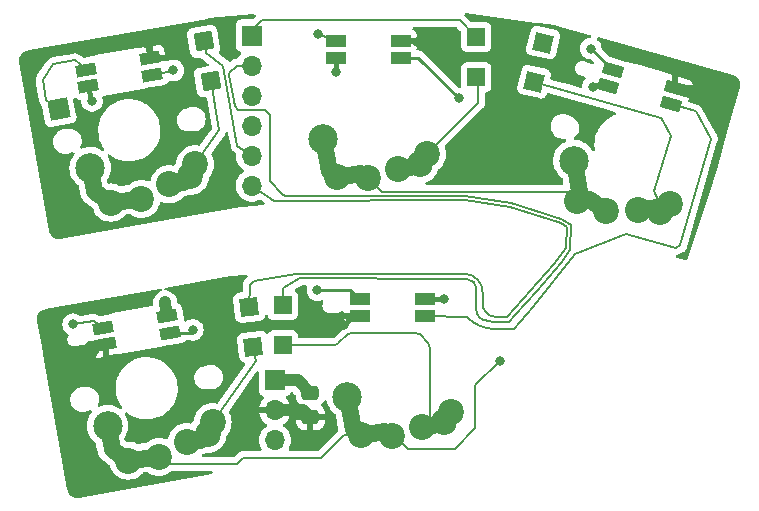
<source format=gbr>
%TF.GenerationSoftware,KiCad,Pcbnew,(6.99.0-4085-g6c752680d7)*%
%TF.CreationDate,2022-11-14T17:07:19+08:00*%
%TF.ProjectId,flex,666c6578-2e6b-4696-9361-645f70636258,rev?*%
%TF.SameCoordinates,Original*%
%TF.FileFunction,Copper,L1,Top*%
%TF.FilePolarity,Positive*%
%FSLAX46Y46*%
G04 Gerber Fmt 4.6, Leading zero omitted, Abs format (unit mm)*
G04 Created by KiCad (PCBNEW (6.99.0-4085-g6c752680d7)) date 2022-11-14 17:07:19*
%MOMM*%
%LPD*%
G01*
G04 APERTURE LIST*
G04 Aperture macros list*
%AMRoundRect*
0 Rectangle with rounded corners*
0 $1 Rounding radius*
0 $2 $3 $4 $5 $6 $7 $8 $9 X,Y pos of 4 corners*
0 Add a 4 corners polygon primitive as box body*
4,1,4,$2,$3,$4,$5,$6,$7,$8,$9,$2,$3,0*
0 Add four circle primitives for the rounded corners*
1,1,$1+$1,$2,$3*
1,1,$1+$1,$4,$5*
1,1,$1+$1,$6,$7*
1,1,$1+$1,$8,$9*
0 Add four rect primitives between the rounded corners*
20,1,$1+$1,$2,$3,$4,$5,0*
20,1,$1+$1,$4,$5,$6,$7,0*
20,1,$1+$1,$6,$7,$8,$9,0*
20,1,$1+$1,$8,$9,$2,$3,0*%
%AMRotRect*
0 Rectangle, with rotation*
0 The origin of the aperture is its center*
0 $1 length*
0 $2 width*
0 $3 Rotation angle, in degrees counterclockwise*
0 Add horizontal line*
21,1,$1,$2,0,0,$3*%
G04 Aperture macros list end*
%TA.AperFunction,ComponentPad*%
%ADD10R,1.700000X1.700000*%
%TD*%
%TA.AperFunction,ComponentPad*%
%ADD11O,1.700000X1.700000*%
%TD*%
%TA.AperFunction,SMDPad,CuDef*%
%ADD12R,1.524000X1.524000*%
%TD*%
%TA.AperFunction,SMDPad,CuDef*%
%ADD13R,1.700000X1.000000*%
%TD*%
%TA.AperFunction,SMDPad,CuDef*%
%ADD14RotRect,1.524000X1.524000X276.000000*%
%TD*%
%TA.AperFunction,ComponentPad*%
%ADD15C,2.500000*%
%TD*%
%TA.AperFunction,ComponentPad*%
%ADD16C,2.200000*%
%TD*%
%TA.AperFunction,SMDPad,CuDef*%
%ADD17RoundRect,0.250000X-0.475000X0.337500X-0.475000X-0.337500X0.475000X-0.337500X0.475000X0.337500X0*%
%TD*%
%TA.AperFunction,SMDPad,CuDef*%
%ADD18RotRect,1.524000X1.524000X280.000000*%
%TD*%
%TA.AperFunction,SMDPad,CuDef*%
%ADD19RotRect,1.700000X1.000000X190.000000*%
%TD*%
%TA.AperFunction,SMDPad,CuDef*%
%ADD20RotRect,1.700000X1.000000X10.000000*%
%TD*%
%TA.AperFunction,SMDPad,CuDef*%
%ADD21RotRect,1.700000X1.000000X164.000000*%
%TD*%
%TA.AperFunction,ComponentPad*%
%ADD22RotRect,1.700000X1.700000X11.000000*%
%TD*%
%TA.AperFunction,SMDPad,CuDef*%
%ADD23RotRect,1.524000X1.524000X257.000000*%
%TD*%
%TA.AperFunction,ViaPad*%
%ADD24C,0.800000*%
%TD*%
%TA.AperFunction,Conductor*%
%ADD25C,0.152400*%
%TD*%
%TA.AperFunction,Conductor*%
%ADD26C,1.400000*%
%TD*%
%TA.AperFunction,Conductor*%
%ADD27C,1.000000*%
%TD*%
%TA.AperFunction,Conductor*%
%ADD28C,0.400000*%
%TD*%
%TA.AperFunction,Conductor*%
%ADD29C,0.250000*%
%TD*%
G04 APERTURE END LIST*
D10*
%TO.P,J2,1,Pin_1*%
%TO.N,Vcc*%
X84959213Y-98494082D03*
D11*
%TO.P,J2,2,Pin_2*%
%TO.N,Gnd*%
X84959213Y-101034082D03*
%TO.P,J2,3,Pin_3*%
%TO.N,Din*%
X84959213Y-103574082D03*
%TD*%
D12*
%TO.P,D1,1,K*%
%TO.N,col6*%
X85598034Y-92130937D03*
%TO.P,D1,2,A*%
%TO.N,Net-(D1-A)*%
X85598034Y-95530937D03*
%TD*%
D13*
%TO.P,D4,1,DOUT*%
%TO.N,Net-(D4-DOUT)*%
X97616014Y-93052480D03*
%TO.P,D4,2,VSS*%
%TO.N,Gnd*%
X92116014Y-93052480D03*
%TO.P,D4,3,DIN*%
%TO.N,Net-(D2-DOUT)*%
X92116014Y-91652480D03*
%TO.P,D4,4,VDD*%
%TO.N,Vcc*%
X97616014Y-91652480D03*
%TD*%
%TO.P,D10,1,DOUT*%
%TO.N,Net-(D10-DOUT)*%
X90084020Y-69808480D03*
%TO.P,D10,2,VSS*%
%TO.N,Gnd*%
X95584020Y-69808480D03*
%TO.P,D10,3,DIN*%
%TO.N,Net-(D10-DIN)*%
X95584020Y-71208480D03*
%TO.P,D10,4,VDD*%
%TO.N,Vcc*%
X90084020Y-71208480D03*
%TD*%
D14*
%TO.P,D9,1,K*%
%TO.N,col3*%
X82766438Y-92261133D03*
%TO.P,D9,2,A*%
%TO.N,Net-(D9-A)*%
X83121835Y-95642508D03*
%TD*%
D15*
%TO.P,SW9,1,1*%
%TO.N,row1*%
X70777774Y-102344288D03*
D16*
X72526802Y-105295407D03*
X75113349Y-104991643D03*
%TO.P,SW9,2,2*%
%TO.N,Net-(D9-A)*%
X77472369Y-103743034D03*
X79238126Y-103045821D03*
X79672727Y-102055306D03*
%TD*%
D17*
%TO.P,C1,1*%
%TO.N,Vcc*%
X87943072Y-99566558D03*
%TO.P,C1,2*%
%TO.N,Gnd*%
X87943072Y-101641558D03*
%TD*%
D18*
%TO.P,D5,1,K*%
%TO.N,col2*%
X78902781Y-69814117D03*
%TO.P,D5,2,A*%
%TO.N,Net-(D5-A)*%
X79493185Y-73162463D03*
%TD*%
D15*
%TO.P,SW19,1,1*%
%TO.N,row1*%
X89024019Y-78048476D03*
D16*
X90234019Y-81258476D03*
X92834019Y-81408476D03*
%TO.P,SW19,2,2*%
%TO.N,Net-(D19-A)*%
X95374019Y-80588476D03*
X97234019Y-80208476D03*
X97834019Y-79308476D03*
%TD*%
D15*
%TO.P,SW14,1,1*%
%TO.N,row1*%
X110264700Y-79897101D03*
D16*
X110543031Y-83316273D03*
X113000966Y-84177119D03*
%TO.P,SW14,2,2*%
%TO.N,Net-(D14-A)*%
X115668593Y-84089003D03*
X117561282Y-84236409D03*
X118386113Y-83536656D03*
%TD*%
D19*
%TO.P,D12,1,DOUT*%
%TO.N,Net-(D12-DOUT)*%
X68917600Y-72201393D03*
%TO.P,D12,2,VSS*%
%TO.N,Gnd*%
X74334043Y-71246328D03*
%TO.P,D12,3,DIN*%
%TO.N,Net-(D10-DOUT)*%
X74577150Y-72625059D03*
%TO.P,D12,4,VDD*%
%TO.N,Vcc*%
X69160707Y-73580124D03*
%TD*%
D20*
%TO.P,D2,1,DOUT*%
%TO.N,Net-(D2-DOUT)*%
X76050349Y-94469069D03*
%TO.P,D2,2,VSS*%
%TO.N,Gnd*%
X70633906Y-95424134D03*
%TO.P,D2,3,DIN*%
%TO.N,Din*%
X70390799Y-94045403D03*
%TO.P,D2,4,VDD*%
%TO.N,Vcc*%
X75807242Y-93090338D03*
%TD*%
D10*
%TO.P,J1,1,Pin_1*%
%TO.N,col5*%
X82978828Y-69310873D03*
D11*
%TO.P,J1,2,Pin_2*%
%TO.N,col6*%
X82978828Y-71850873D03*
%TO.P,J1,3,Pin_3*%
%TO.N,col4*%
X82978828Y-74390873D03*
%TO.P,J1,4,Pin_4*%
%TO.N,row1*%
X82978828Y-76930873D03*
%TO.P,J1,5,Pin_5*%
%TO.N,col2*%
X82978828Y-79470873D03*
%TO.P,J1,6,Pin_6*%
%TO.N,col3*%
X82978828Y-82010873D03*
%TD*%
D15*
%TO.P,SW1,1,1*%
%TO.N,row1*%
X91056022Y-99892476D03*
D16*
X92266022Y-103102476D03*
X94866022Y-103252476D03*
%TO.P,SW1,2,2*%
%TO.N,Net-(D1-A)*%
X97406022Y-102432476D03*
X99266022Y-102052476D03*
X99866022Y-101152476D03*
%TD*%
D12*
%TO.P,D19,1,K*%
%TO.N,col5*%
X102006530Y-69436855D03*
%TO.P,D19,2,A*%
%TO.N,Net-(D19-A)*%
X102006530Y-72836855D03*
%TD*%
D21*
%TO.P,D7,1,DOUT*%
%TO.N,Net-(D10-DIN)*%
X113562085Y-72268792D03*
%TO.P,D7,2,VSS*%
%TO.N,Gnd*%
X118849025Y-73784798D03*
%TO.P,D7,3,DIN*%
%TO.N,Net-(D4-DOUT)*%
X118463133Y-75130564D03*
%TO.P,D7,4,VDD*%
%TO.N,Vcc*%
X113176193Y-73614558D03*
%TD*%
D15*
%TO.P,SW5,1,1*%
%TO.N,row1*%
X69304578Y-80500284D03*
D16*
X71053606Y-83451403D03*
X73640153Y-83147639D03*
%TO.P,SW5,2,2*%
%TO.N,Net-(D5-A)*%
X75999173Y-81899030D03*
X77764930Y-81201817D03*
X78199531Y-80211302D03*
%TD*%
D22*
%TO.P,J3,1,Pin_1*%
%TO.N,Net-(D12-DOUT)*%
X66648412Y-75536199D03*
%TD*%
D23*
%TO.P,D14,1,K*%
%TO.N,col4*%
X107650117Y-69909034D03*
%TO.P,D14,2,A*%
%TO.N,Net-(D14-A)*%
X106885283Y-73221892D03*
%TD*%
D24*
%TO.N,col4*%
X107650118Y-69909034D03*
%TO.N,row1*%
X103986371Y-96874827D03*
%TO.N,Vcc*%
X111841702Y-73675039D03*
X75663355Y-91909264D03*
X99273532Y-91645160D03*
X69461515Y-74847243D03*
X90143532Y-72435160D03*
%TO.N,Din*%
X67855711Y-93753350D03*
%TO.N,Gnd*%
X74146281Y-70030564D03*
X69348895Y-96149265D03*
X97003530Y-69855161D03*
X120331445Y-74216088D03*
X90773530Y-93785160D03*
%TO.N,Net-(D2-DOUT)*%
X88546371Y-90874828D03*
X77996370Y-94224828D03*
%TO.N,Net-(D10-DIN)*%
X100496371Y-74624828D03*
X111696370Y-70424827D03*
%TO.N,Net-(D10-DOUT)*%
X88620977Y-69194356D03*
X76347249Y-72262275D03*
%TD*%
D25*
%TO.N,col6*%
X100953664Y-82919494D02*
X101074636Y-82914970D01*
X81551271Y-75318594D02*
X81855050Y-75622377D01*
X109995024Y-85350061D02*
X109957959Y-87473302D01*
X81088544Y-72463629D02*
X81088549Y-72694388D01*
X85595839Y-90682647D02*
X85598033Y-92130934D01*
X104975774Y-83497708D02*
X106803152Y-84072003D01*
X109171548Y-84810303D02*
X109727193Y-85160774D01*
X109953369Y-85306928D02*
X109995024Y-85350061D01*
X105288522Y-92965525D02*
X104758759Y-93547521D01*
X100970950Y-89950871D02*
X100151252Y-89926564D01*
X84529803Y-81622379D02*
X85571420Y-82701005D01*
X81855050Y-75622377D02*
X84129797Y-75622381D01*
X101260910Y-89955930D02*
X100970950Y-89950871D01*
X87040516Y-89874293D02*
X85595839Y-90682647D01*
X101977247Y-92463974D02*
X102007531Y-90729080D01*
X104758759Y-93547521D02*
X103588412Y-93557104D01*
X81701304Y-71850872D02*
X81088544Y-72463629D01*
X103588412Y-93557104D02*
X102930530Y-93451134D01*
X82978833Y-71850875D02*
X81701304Y-71850872D01*
X106803152Y-84072003D02*
X109171548Y-84810303D01*
X101074636Y-82914970D02*
X104975774Y-83497708D01*
X85779792Y-82935575D02*
X93221104Y-82927663D01*
X109146415Y-88563342D02*
X107104831Y-90928072D01*
X109957959Y-87473302D02*
X109146415Y-88563342D01*
X109862509Y-85245214D02*
X109953369Y-85306928D01*
X85571420Y-82701005D02*
X85779792Y-82935575D01*
X93221104Y-82927663D02*
X100953664Y-82919494D01*
X81088549Y-72694388D02*
X81551271Y-75318594D01*
X107104831Y-90928072D02*
X105288522Y-92965525D01*
X100151252Y-89926564D02*
X87040516Y-89874293D01*
X109727193Y-85160774D02*
X109862509Y-85245214D01*
X84129797Y-75622381D02*
X84529801Y-76022379D01*
X84529801Y-76022379D02*
X84529803Y-81622379D01*
X101977266Y-92463974D02*
G75*
G03*
X102930530Y-93451134I970234J-16926D01*
G01*
X102007470Y-90729079D02*
G75*
G03*
X101260910Y-89955931I-759870J13279D01*
G01*
%TO.N,col2*%
X81777238Y-78629514D02*
X82978829Y-79470877D01*
X79077489Y-70804827D02*
X80583473Y-71859347D01*
X80583473Y-71859347D02*
X81777238Y-78629514D01*
X78902780Y-69814114D02*
X79077489Y-70804827D01*
%TO.N,col3*%
X83156334Y-90059981D02*
X86766261Y-89522901D01*
X104868230Y-83837958D02*
X101077534Y-83271710D01*
X101077534Y-83271710D02*
X84874764Y-83288938D01*
X86766261Y-89522901D02*
X100969332Y-89470765D01*
X82766435Y-92261130D02*
X82798834Y-90405214D01*
X82798834Y-90405214D02*
X83156334Y-90059981D01*
X109144886Y-85212801D02*
X108946662Y-85109326D01*
X108544584Y-88662850D02*
X109608165Y-87321210D01*
X103606091Y-93117341D02*
X104606288Y-93114799D01*
X102541165Y-91098448D02*
X102525457Y-91998316D01*
X108946662Y-85109326D02*
X104868230Y-83837958D01*
X84874764Y-83288938D02*
X82978825Y-82010868D01*
X109608165Y-87321210D02*
X109639571Y-85521484D01*
X109639571Y-85521484D02*
X109144886Y-85212801D01*
X104606288Y-93114799D02*
X108544584Y-88662850D01*
X102541134Y-91098447D02*
G75*
G03*
X100969332Y-89470766I-1599734J27947D01*
G01*
X102525459Y-91998316D02*
G75*
G03*
X103606091Y-93117340I1099841J-19184D01*
G01*
%TO.N,col5*%
X82978829Y-69310874D02*
X82978830Y-68873353D01*
X82978830Y-68873353D02*
X83829800Y-68022376D01*
X100592056Y-68022385D02*
X102006530Y-69436852D01*
X83829800Y-68022376D02*
X100592056Y-68022385D01*
D26*
%TO.N,row1*%
X110802308Y-82945999D02*
X110543026Y-83316277D01*
X73466375Y-83025974D02*
X73640149Y-83147647D01*
D25*
X88843074Y-105066561D02*
X90807160Y-103102472D01*
X92834017Y-81408476D02*
X93980369Y-82554829D01*
D26*
X111524416Y-83143232D02*
X113000970Y-84177130D01*
X91531323Y-102588031D02*
X92266020Y-103102475D01*
D25*
X101926370Y-98934828D02*
X103986371Y-96874827D01*
X100196371Y-104294829D02*
X101926371Y-102564828D01*
D26*
X71053603Y-83451404D02*
X73466375Y-83025974D01*
D25*
X101926371Y-102564828D02*
X101926370Y-98934828D01*
D26*
X74939580Y-104869966D02*
X75113341Y-104991638D01*
X110264702Y-79897100D02*
X110802308Y-82945999D01*
X70777767Y-102344278D02*
X71125061Y-104313904D01*
D25*
X109781585Y-82554828D02*
X110543031Y-83316272D01*
D26*
X69304569Y-80500288D02*
X69651869Y-82469913D01*
X89024028Y-78048471D02*
X89499319Y-80744032D01*
D25*
X75113349Y-104991646D02*
X75688264Y-105566560D01*
D26*
X91056032Y-99892483D02*
X91531323Y-102588031D01*
X92266020Y-103102475D02*
X94171866Y-102766421D01*
D25*
X93980369Y-82554829D02*
X109781585Y-82554828D01*
D26*
X72526796Y-105295410D02*
X74939580Y-104869966D01*
D25*
X75688264Y-105566560D02*
X81743074Y-105566562D01*
X82243070Y-105066558D02*
X88843074Y-105066561D01*
X90807160Y-103102472D02*
X92266016Y-103102474D01*
D26*
X90234019Y-81258480D02*
X92139869Y-80922424D01*
D25*
X94866021Y-103252476D02*
X95184017Y-103252475D01*
D26*
X71125061Y-104313904D02*
X72526796Y-105295410D01*
D25*
X81743074Y-105566562D02*
X82243070Y-105066558D01*
X96226371Y-104294829D02*
X100196371Y-104294829D01*
X95184017Y-103252475D02*
X96226371Y-104294829D01*
D26*
X69651869Y-82469913D02*
X71053603Y-83451404D01*
X92139869Y-80922424D02*
X92834026Y-81408479D01*
X94171866Y-102766421D02*
X94866030Y-103252483D01*
X110543026Y-83316277D02*
X111524416Y-83143232D01*
X89499319Y-80744032D02*
X90234019Y-81258480D01*
D27*
%TO.N,Vcc*%
X84959214Y-98494083D02*
X86870593Y-98494080D01*
X86870593Y-98494080D02*
X87943076Y-99566560D01*
D28*
X90084020Y-71208482D02*
X90084021Y-72375650D01*
X112368582Y-73382979D02*
X111841702Y-73675039D01*
X99266211Y-91652481D02*
X99273532Y-91645160D01*
D27*
X75807243Y-93090347D02*
X75627908Y-91958054D01*
X75627908Y-91958054D02*
X75663355Y-91909264D01*
D28*
X69373234Y-74785428D02*
X69461515Y-74847243D01*
X69160709Y-73580125D02*
X69373234Y-74785428D01*
X90084021Y-72375650D02*
X90143532Y-72435160D01*
X97616016Y-91652481D02*
X99266211Y-91652481D01*
X113176192Y-73614559D02*
X112368582Y-73382979D01*
D25*
%TO.N,Din*%
X67855711Y-93753350D02*
X69607037Y-93475971D01*
X69607037Y-93475971D02*
X70390800Y-94045410D01*
D27*
%TO.N,Gnd*%
X69777143Y-95559841D02*
X70633908Y-95424141D01*
X118849029Y-73784800D02*
X120327347Y-74208702D01*
X84959215Y-101034078D02*
X87335590Y-101034074D01*
X87335590Y-101034074D02*
X87943077Y-101641560D01*
X120327347Y-74208702D02*
X120331445Y-74216088D01*
D28*
X96956854Y-69808480D02*
X97003530Y-69855161D01*
X74125024Y-70060921D02*
X74146281Y-70030564D01*
D25*
X84959215Y-101034078D02*
X86010596Y-101034083D01*
D27*
X69348895Y-96149265D02*
X69777143Y-95559841D01*
D28*
X92116015Y-93052479D02*
X91506210Y-93052478D01*
X91506210Y-93052478D02*
X90773530Y-93785160D01*
X74334043Y-71246329D02*
X74125024Y-70060921D01*
X95584022Y-69808482D02*
X96956854Y-69808480D01*
D25*
%TO.N,Net-(D1-A)*%
X91450184Y-94466557D02*
X96835969Y-94466560D01*
D26*
X99190018Y-102117911D02*
X99866023Y-101152474D01*
X97406028Y-102432471D02*
X99190018Y-102117911D01*
D25*
X85598023Y-95530939D02*
X89971586Y-95530938D01*
X97189519Y-94613006D02*
X97896627Y-95320114D01*
X98043075Y-95673666D02*
X98043070Y-101588312D01*
X97896628Y-101941867D02*
X97406017Y-102432474D01*
X90325142Y-95384489D02*
X91096627Y-94613009D01*
X89971586Y-95530917D02*
G75*
G03*
X90325142Y-95384489I14J500017D01*
G01*
X98043104Y-95673666D02*
G75*
G03*
X97896627Y-95320114I-500004J-34D01*
G01*
X91450184Y-94466560D02*
G75*
G03*
X91096627Y-94613009I16J-500040D01*
G01*
X97189523Y-94613002D02*
G75*
G03*
X96835969Y-94466560I-353523J-353498D01*
G01*
X97896613Y-101941852D02*
G75*
G03*
X98043070Y-101588312I-353513J353552D01*
G01*
D29*
%TO.N,Net-(D2-DOUT)*%
X77752128Y-94469071D02*
X77996370Y-94224828D01*
X88546371Y-90874828D02*
X91338363Y-90874829D01*
X76050349Y-94469070D02*
X77752128Y-94469071D01*
X91338363Y-90874829D02*
X92116015Y-91652480D01*
D25*
%TO.N,Net-(D4-DOUT)*%
X104724457Y-94187020D02*
X105157526Y-94194581D01*
X118870680Y-87306509D02*
X119273866Y-87083022D01*
X119273866Y-87083022D02*
X121867616Y-78037552D01*
X110359143Y-87844391D02*
X114660255Y-86099196D01*
X105167699Y-94184756D02*
X106770797Y-92302447D01*
X120595117Y-75741903D02*
X118463135Y-75130565D01*
X106770797Y-92302447D02*
X110359143Y-87844391D01*
X97616016Y-93052478D02*
X101166664Y-93114458D01*
X121867616Y-78037552D02*
X120595117Y-75741903D01*
X103587767Y-94167183D02*
X104724457Y-94187020D01*
X114660255Y-86099196D02*
X118870680Y-87306509D01*
X105157526Y-94194598D02*
G75*
G03*
X105167699Y-94184756I174J9998D01*
G01*
X101166683Y-93114439D02*
G75*
G03*
X103587767Y-94167182I2481317J2396139D01*
G01*
%TO.N,Net-(D5-A)*%
X78199521Y-80211307D02*
X80225831Y-77317445D01*
D26*
X77161245Y-81694131D02*
X78199521Y-80211307D01*
D25*
X80225831Y-77317445D02*
X79493193Y-73162463D01*
D26*
X75999164Y-81899041D02*
X77161245Y-81694131D01*
D29*
%TO.N,Net-(D10-DIN)*%
X111718121Y-70424829D02*
X113562085Y-72268792D01*
X97080024Y-71208481D02*
X100496371Y-74624828D01*
X111696370Y-70424827D02*
X111718121Y-70424829D01*
X95584021Y-71208482D02*
X97080024Y-71208481D01*
D25*
%TO.N,Net-(D9-A)*%
X83331280Y-96830340D02*
X83121847Y-95642515D01*
X79672728Y-102055292D02*
X83331280Y-96830340D01*
D26*
X77472372Y-103743028D02*
X78634438Y-103538125D01*
X78634438Y-103538125D02*
X79672728Y-102055292D01*
D25*
%TO.N,Net-(D10-DOUT)*%
X76306773Y-72320084D02*
X76347249Y-72262275D01*
X88620977Y-69194356D02*
X90084018Y-69808481D01*
X74577151Y-72625060D02*
X76306773Y-72320084D01*
%TO.N,Net-(D12-DOUT)*%
X68023629Y-71414779D02*
X66191886Y-71737767D01*
X65582633Y-74789933D02*
X66648413Y-75536200D01*
X65275277Y-73046821D02*
X65582633Y-74789933D01*
X68917602Y-72201395D02*
X68885285Y-72018119D01*
X68885285Y-72018119D02*
X68023629Y-71414779D01*
X66191886Y-71737767D02*
X65275277Y-73046821D01*
%TO.N,Net-(D14-A)*%
X118439034Y-77808111D02*
X117006410Y-82494010D01*
X117769899Y-76549649D02*
X118439034Y-77808111D01*
X117400599Y-83235357D02*
X118386112Y-83536657D01*
D26*
X115668594Y-84088995D02*
X118327647Y-83620144D01*
D25*
X117006410Y-82494010D02*
X117400599Y-83235357D01*
X117633701Y-76303954D02*
X106885288Y-73221893D01*
D26*
X118327647Y-83620144D02*
X118386114Y-83536654D01*
D25*
X117769899Y-76549649D02*
X117633701Y-76303954D01*
D26*
%TO.N,Net-(D19-A)*%
X97227956Y-80174029D02*
X97834025Y-79308473D01*
X97192459Y-80267840D02*
X97234020Y-80208477D01*
X97234020Y-80208477D02*
X97227956Y-80174029D01*
X95374015Y-80588469D02*
X97192459Y-80267840D01*
D25*
X97834021Y-79308472D02*
X102129802Y-75012703D01*
X102129802Y-75012703D02*
X102129798Y-73622379D01*
%TD*%
%TA.AperFunction,Conductor*%
%TO.N,Gnd*%
G36*
X82573449Y-89579522D02*
G01*
X82624570Y-89628788D01*
X82640942Y-89697871D01*
X82617365Y-89764839D01*
X82602645Y-89781844D01*
X82426180Y-89952254D01*
X82413600Y-89962904D01*
X82389163Y-89980986D01*
X82349182Y-90031250D01*
X82293324Y-90101472D01*
X82231935Y-90242657D01*
X82209178Y-90394921D01*
X82210113Y-90403127D01*
X82210113Y-90403128D01*
X82212619Y-90425121D01*
X82213410Y-90441582D01*
X82205363Y-90902558D01*
X82204859Y-90931406D01*
X82183671Y-90999168D01*
X82129212Y-91044717D01*
X82092049Y-91054517D01*
X81830792Y-91081976D01*
X81830783Y-91081977D01*
X81827438Y-91082329D01*
X81794492Y-91089414D01*
X81775597Y-91093477D01*
X81775595Y-91093478D01*
X81767888Y-91095135D01*
X81636977Y-91160275D01*
X81630367Y-91166399D01*
X81630368Y-91166399D01*
X81550830Y-91240099D01*
X81529720Y-91259659D01*
X81454808Y-91385234D01*
X81418309Y-91526828D01*
X81418290Y-91534705D01*
X81418290Y-91534707D01*
X81418219Y-91564493D01*
X81418164Y-91587740D01*
X81418516Y-91591088D01*
X81418516Y-91591090D01*
X81581982Y-93146356D01*
X81587634Y-93200135D01*
X81590078Y-93211498D01*
X81598140Y-93248988D01*
X81600440Y-93259685D01*
X81665580Y-93390596D01*
X81764964Y-93497853D01*
X81890539Y-93572765D01*
X82032133Y-93609264D01*
X82040010Y-93609283D01*
X82040012Y-93609283D01*
X82089678Y-93609401D01*
X82093045Y-93609409D01*
X82096393Y-93609057D01*
X82096395Y-93609057D01*
X83702086Y-93440292D01*
X83702095Y-93440291D01*
X83705440Y-93439939D01*
X83746892Y-93431025D01*
X83757281Y-93428791D01*
X83757283Y-93428790D01*
X83764990Y-93427133D01*
X83895901Y-93361993D01*
X84003158Y-93262609D01*
X84078070Y-93137034D01*
X84103215Y-93039486D01*
X84139588Y-92978514D01*
X84203150Y-92946886D01*
X84273722Y-92954643D01*
X84328897Y-92999323D01*
X84343283Y-93026904D01*
X84385146Y-93139142D01*
X84390545Y-93146354D01*
X84390546Y-93146356D01*
X84438705Y-93210688D01*
X84472774Y-93256199D01*
X84479985Y-93261597D01*
X84558041Y-93320029D01*
X84589831Y-93343827D01*
X84726834Y-93394927D01*
X84763740Y-93398895D01*
X84784047Y-93401078D01*
X84784050Y-93401078D01*
X84787397Y-93401438D01*
X86408673Y-93401438D01*
X86412020Y-93401078D01*
X86412023Y-93401078D01*
X86432330Y-93398895D01*
X86469236Y-93394927D01*
X86606239Y-93343827D01*
X86638030Y-93320029D01*
X86716085Y-93261597D01*
X86723296Y-93256199D01*
X86757365Y-93210688D01*
X86805524Y-93146356D01*
X86805525Y-93146354D01*
X86810924Y-93139142D01*
X86862024Y-93002139D01*
X86868535Y-92941576D01*
X86868535Y-91320300D01*
X86862024Y-91259737D01*
X86810924Y-91122734D01*
X86804337Y-91113934D01*
X86728694Y-91012888D01*
X86723296Y-91005677D01*
X86661466Y-90959392D01*
X86618921Y-90902558D01*
X86613855Y-90831743D01*
X86647880Y-90769430D01*
X86675451Y-90748568D01*
X87153085Y-90481313D01*
X87162981Y-90475776D01*
X87225008Y-90459734D01*
X87296300Y-90460018D01*
X87552644Y-90461040D01*
X87620685Y-90481313D01*
X87666963Y-90535154D01*
X87676787Y-90605468D01*
X87671975Y-90625975D01*
X87652829Y-90684900D01*
X87652139Y-90691461D01*
X87652139Y-90691463D01*
X87640479Y-90802402D01*
X87632867Y-90874828D01*
X87633557Y-90881393D01*
X87649284Y-91031023D01*
X87652829Y-91064756D01*
X87711844Y-91246384D01*
X87715147Y-91252106D01*
X87715148Y-91252107D01*
X87727849Y-91274106D01*
X87807331Y-91411772D01*
X87811749Y-91416679D01*
X87811750Y-91416680D01*
X87852372Y-91461795D01*
X87935118Y-91553694D01*
X88034214Y-91625692D01*
X88070046Y-91651725D01*
X88089619Y-91665946D01*
X88095647Y-91668630D01*
X88095649Y-91668631D01*
X88255402Y-91739757D01*
X88264083Y-91743622D01*
X88357484Y-91763475D01*
X88444427Y-91781956D01*
X88444432Y-91781956D01*
X88450884Y-91783328D01*
X88641858Y-91783328D01*
X88648310Y-91781956D01*
X88648315Y-91781956D01*
X88735258Y-91763475D01*
X88828659Y-91743622D01*
X88834686Y-91740939D01*
X88834694Y-91740936D01*
X88883774Y-91719084D01*
X88954141Y-91709650D01*
X89018438Y-91739757D01*
X89056251Y-91799846D01*
X89055575Y-91870839D01*
X89045156Y-91894852D01*
X89041486Y-91899635D01*
X89038328Y-91907260D01*
X89038327Y-91907261D01*
X89033769Y-91918266D01*
X88980978Y-92045714D01*
X88960340Y-92202476D01*
X88980978Y-92359238D01*
X89041486Y-92505317D01*
X89073899Y-92547559D01*
X89116725Y-92603370D01*
X89137740Y-92630758D01*
X89144286Y-92635781D01*
X89163317Y-92650384D01*
X89263181Y-92727012D01*
X89409260Y-92787520D01*
X89417448Y-92788598D01*
X89492518Y-92798481D01*
X89526661Y-92802976D01*
X90205383Y-92802976D01*
X90239527Y-92798481D01*
X90314596Y-92788598D01*
X90322784Y-92787520D01*
X90468863Y-92727012D01*
X90475416Y-92721984D01*
X90475419Y-92721982D01*
X90555311Y-92660679D01*
X90621531Y-92635078D01*
X90691080Y-92649343D01*
X90741876Y-92698944D01*
X90758015Y-92760641D01*
X90758015Y-92780366D01*
X90762490Y-92795605D01*
X90763880Y-92796810D01*
X90771563Y-92798481D01*
X92244015Y-92798481D01*
X92312136Y-92818483D01*
X92358629Y-92872139D01*
X92370015Y-92924481D01*
X92370015Y-93180481D01*
X92350013Y-93248602D01*
X92296357Y-93295095D01*
X92244015Y-93306481D01*
X90776130Y-93306481D01*
X90760891Y-93310956D01*
X90759686Y-93312346D01*
X90758015Y-93320029D01*
X90758015Y-93597704D01*
X90758375Y-93604419D01*
X90763677Y-93653738D01*
X90767274Y-93668959D01*
X90812420Y-93790001D01*
X90820969Y-93805657D01*
X90878827Y-93882946D01*
X90903638Y-93949466D01*
X90888546Y-94018841D01*
X90852019Y-94060392D01*
X90792141Y-94103895D01*
X90743556Y-94139193D01*
X90710290Y-94172457D01*
X90710280Y-94172465D01*
X90683192Y-94199553D01*
X90632990Y-94249753D01*
X90632986Y-94249759D01*
X89973406Y-94909334D01*
X89911094Y-94943359D01*
X89884311Y-94946238D01*
X89553512Y-94946238D01*
X86994535Y-94946239D01*
X86926414Y-94926237D01*
X86879921Y-94872581D01*
X86868535Y-94820239D01*
X86868535Y-94720300D01*
X86868160Y-94716806D01*
X86862866Y-94667571D01*
X86862024Y-94659737D01*
X86810924Y-94522734D01*
X86805320Y-94515247D01*
X86728694Y-94412888D01*
X86723296Y-94405677D01*
X86692936Y-94382950D01*
X86613453Y-94323449D01*
X86613451Y-94323448D01*
X86606239Y-94318049D01*
X86469236Y-94266949D01*
X86432330Y-94262981D01*
X86412023Y-94260798D01*
X86412020Y-94260798D01*
X86408673Y-94260438D01*
X84787397Y-94260438D01*
X84784050Y-94260798D01*
X84784047Y-94260798D01*
X84763740Y-94262981D01*
X84726834Y-94266949D01*
X84589831Y-94318049D01*
X84582619Y-94323448D01*
X84582617Y-94323449D01*
X84503134Y-94382950D01*
X84472774Y-94405677D01*
X84428804Y-94464414D01*
X84407133Y-94493363D01*
X84350297Y-94535910D01*
X84279482Y-94540974D01*
X84213842Y-94503493D01*
X84187304Y-94474852D01*
X84123311Y-94405790D01*
X83997736Y-94330878D01*
X83856142Y-94294379D01*
X83848265Y-94294360D01*
X83848263Y-94294360D01*
X83798597Y-94294242D01*
X83795230Y-94294234D01*
X83791882Y-94294586D01*
X83791880Y-94294586D01*
X82186189Y-94463351D01*
X82186180Y-94463352D01*
X82182835Y-94463704D01*
X82144141Y-94472025D01*
X82130994Y-94474852D01*
X82130992Y-94474853D01*
X82123285Y-94476510D01*
X81992374Y-94541650D01*
X81885117Y-94641034D01*
X81810205Y-94766609D01*
X81773706Y-94908203D01*
X81773561Y-94969115D01*
X81773913Y-94972463D01*
X81773913Y-94972465D01*
X81942497Y-96576429D01*
X81943031Y-96581510D01*
X81951352Y-96620204D01*
X81954020Y-96632609D01*
X81955837Y-96641060D01*
X82020977Y-96771971D01*
X82048281Y-96801438D01*
X82107946Y-96865829D01*
X82120361Y-96879228D01*
X82245936Y-96954140D01*
X82311224Y-96970969D01*
X82372195Y-97007342D01*
X82403823Y-97070904D01*
X82396066Y-97141476D01*
X82382985Y-97165252D01*
X80102458Y-100422181D01*
X80047001Y-100466509D01*
X79969830Y-100472428D01*
X79929952Y-100462854D01*
X79929944Y-100462853D01*
X79925130Y-100461697D01*
X79672727Y-100441832D01*
X79420324Y-100461697D01*
X79415517Y-100462851D01*
X79415511Y-100462852D01*
X79275266Y-100496522D01*
X79174136Y-100520801D01*
X79169565Y-100522694D01*
X79169563Y-100522695D01*
X78944799Y-100615795D01*
X78944795Y-100615797D01*
X78940225Y-100617690D01*
X78936005Y-100620276D01*
X78928182Y-100625070D01*
X78724351Y-100749978D01*
X78583940Y-100869901D01*
X78552427Y-100896816D01*
X78531829Y-100914408D01*
X78367399Y-101106930D01*
X78235111Y-101322804D01*
X78233218Y-101327374D01*
X78233216Y-101327378D01*
X78152874Y-101521341D01*
X78138222Y-101556715D01*
X78120024Y-101632515D01*
X78081777Y-101791828D01*
X78079118Y-101802903D01*
X78076507Y-101836082D01*
X78071647Y-101897822D01*
X78041846Y-101969765D01*
X77942430Y-102086167D01*
X77932798Y-102097445D01*
X77930214Y-102101661D01*
X77930213Y-102101663D01*
X77926181Y-102108242D01*
X77873533Y-102155873D01*
X77803491Y-102167479D01*
X77789335Y-102164925D01*
X77729585Y-102150580D01*
X77729579Y-102150579D01*
X77724772Y-102149425D01*
X77472369Y-102129560D01*
X77219966Y-102149425D01*
X77215159Y-102150579D01*
X77215153Y-102150580D01*
X77103728Y-102177331D01*
X76973778Y-102208529D01*
X76969207Y-102210422D01*
X76969205Y-102210423D01*
X76744441Y-102303523D01*
X76744437Y-102303525D01*
X76739867Y-102305418D01*
X76523993Y-102437706D01*
X76331471Y-102602136D01*
X76167041Y-102794658D01*
X76034753Y-103010532D01*
X76032860Y-103015102D01*
X76032858Y-103015106D01*
X75984660Y-103131467D01*
X75937864Y-103244443D01*
X75936709Y-103249255D01*
X75896379Y-103417240D01*
X75861027Y-103478809D01*
X75798000Y-103511492D01*
X75725642Y-103504235D01*
X75616513Y-103459032D01*
X75616511Y-103459031D01*
X75611940Y-103457138D01*
X75527317Y-103436822D01*
X75370565Y-103399189D01*
X75370559Y-103399188D01*
X75365752Y-103398034D01*
X75113349Y-103378169D01*
X74860946Y-103398034D01*
X74856139Y-103399188D01*
X74856133Y-103399189D01*
X74699381Y-103436822D01*
X74614758Y-103457138D01*
X74610187Y-103459031D01*
X74610185Y-103459032D01*
X74385421Y-103552132D01*
X74385417Y-103552134D01*
X74380847Y-103554027D01*
X74164973Y-103686315D01*
X74103091Y-103739167D01*
X74053739Y-103781318D01*
X73993788Y-103809593D01*
X73792740Y-103845044D01*
X73409355Y-103912646D01*
X73338797Y-103904777D01*
X73321652Y-103895998D01*
X73259304Y-103857791D01*
X73254734Y-103855898D01*
X73254732Y-103855897D01*
X73029966Y-103762796D01*
X73029964Y-103762795D01*
X73025393Y-103760902D01*
X72940770Y-103740586D01*
X72784018Y-103702953D01*
X72784012Y-103702952D01*
X72779205Y-103701798D01*
X72526802Y-103681933D01*
X72521872Y-103682321D01*
X72394506Y-103692345D01*
X72325026Y-103677749D01*
X72312351Y-103669948D01*
X72306641Y-103665950D01*
X72271031Y-103641015D01*
X72226704Y-103585561D01*
X72219216Y-103559682D01*
X72199849Y-103449845D01*
X72207718Y-103379286D01*
X72225422Y-103349410D01*
X72234789Y-103337664D01*
X72366570Y-103109412D01*
X72462861Y-102864068D01*
X72492507Y-102734182D01*
X72520459Y-102611715D01*
X72520459Y-102611713D01*
X72521509Y-102607114D01*
X72522123Y-102598928D01*
X72540853Y-102348985D01*
X72541205Y-102344288D01*
X72539815Y-102325741D01*
X72521862Y-102086167D01*
X72521861Y-102086162D01*
X72521509Y-102081462D01*
X72512005Y-102039820D01*
X72463911Y-101829108D01*
X72463911Y-101829107D01*
X72462861Y-101824508D01*
X72459075Y-101814860D01*
X72405306Y-101677861D01*
X72366570Y-101579164D01*
X72286216Y-101439986D01*
X72263385Y-101400441D01*
X72246647Y-101331445D01*
X72269868Y-101264353D01*
X72325675Y-101220466D01*
X72396350Y-101213718D01*
X72445302Y-101234599D01*
X72704051Y-101417764D01*
X72707461Y-101419595D01*
X72707464Y-101419597D01*
X72985978Y-101569156D01*
X72985985Y-101569159D01*
X72989385Y-101570985D01*
X73147640Y-101632293D01*
X73265265Y-101677861D01*
X73291385Y-101687980D01*
X73339073Y-101699974D01*
X73601703Y-101766029D01*
X73601710Y-101766030D01*
X73605474Y-101766977D01*
X73926890Y-101806777D01*
X74169712Y-101806777D01*
X74183149Y-101805948D01*
X74408213Y-101792067D01*
X74408220Y-101792066D01*
X74412081Y-101791828D01*
X74730437Y-101732317D01*
X75039067Y-101634135D01*
X75124971Y-101594613D01*
X75329770Y-101500391D01*
X75329778Y-101500387D01*
X75333292Y-101498770D01*
X75356985Y-101484100D01*
X75605344Y-101330323D01*
X75605346Y-101330322D01*
X75608653Y-101328274D01*
X75658242Y-101288370D01*
X75857951Y-101127665D01*
X75857955Y-101127662D01*
X75860974Y-101125232D01*
X76086431Y-100892721D01*
X76090998Y-100886674D01*
X76144051Y-100816420D01*
X76281607Y-100634267D01*
X76308978Y-100586860D01*
X76363163Y-100493008D01*
X76443542Y-100353787D01*
X76506899Y-100204100D01*
X76568269Y-100059109D01*
X76568272Y-100059101D01*
X76569782Y-100055533D01*
X76658414Y-99744026D01*
X76661068Y-99726933D01*
X76707497Y-99427827D01*
X76708093Y-99423988D01*
X76708213Y-99420102D01*
X76717947Y-99104145D01*
X76717947Y-99104139D01*
X76718066Y-99100271D01*
X76688183Y-98777782D01*
X76623072Y-98480472D01*
X76619727Y-98465199D01*
X76619726Y-98465196D01*
X76618897Y-98461410D01*
X76617607Y-98457749D01*
X76579217Y-98348807D01*
X78112376Y-98348807D01*
X78113343Y-98355119D01*
X78113343Y-98355121D01*
X78139640Y-98526784D01*
X78142418Y-98544917D01*
X78211323Y-98730964D01*
X78316268Y-98899333D01*
X78452957Y-99043130D01*
X78458196Y-99046777D01*
X78458199Y-99046779D01*
X78590372Y-99138774D01*
X78615794Y-99156468D01*
X78798113Y-99234707D01*
X78804371Y-99235993D01*
X78804374Y-99235994D01*
X78895281Y-99254675D01*
X78992449Y-99274644D01*
X79141121Y-99274644D01*
X79272761Y-99261257D01*
X79299235Y-99262513D01*
X79299334Y-99261512D01*
X79450580Y-99276409D01*
X79450587Y-99276409D01*
X79453660Y-99276712D01*
X79556876Y-99276712D01*
X79559949Y-99276409D01*
X79559956Y-99276409D01*
X79638088Y-99268713D01*
X79711202Y-99261512D01*
X79717122Y-99259716D01*
X79717128Y-99259715D01*
X79881880Y-99209738D01*
X79909222Y-99201444D01*
X80091718Y-99103897D01*
X80251678Y-98972622D01*
X80382953Y-98812662D01*
X80480500Y-98630166D01*
X80506360Y-98544917D01*
X80538771Y-98438072D01*
X80538772Y-98438066D01*
X80540568Y-98432146D01*
X80560851Y-98226212D01*
X80540568Y-98020278D01*
X80538772Y-98014358D01*
X80538771Y-98014352D01*
X80482295Y-97828176D01*
X80480500Y-97822258D01*
X80382953Y-97639762D01*
X80251678Y-97479802D01*
X80091718Y-97348527D01*
X79909222Y-97250980D01*
X79860144Y-97236093D01*
X79717128Y-97192709D01*
X79717122Y-97192708D01*
X79711202Y-97190912D01*
X79638088Y-97183711D01*
X79559956Y-97176015D01*
X79559949Y-97176015D01*
X79556876Y-97175712D01*
X79453660Y-97175712D01*
X79450587Y-97176015D01*
X79450580Y-97176015D01*
X79372448Y-97183711D01*
X79299334Y-97190912D01*
X79293414Y-97192708D01*
X79293408Y-97192709D01*
X79189868Y-97224118D01*
X79101314Y-97250980D01*
X79095859Y-97253896D01*
X79095852Y-97253899D01*
X78969247Y-97321572D01*
X78922595Y-97335805D01*
X78915587Y-97336517D01*
X78900627Y-97338038D01*
X78900622Y-97338039D01*
X78894269Y-97338685D01*
X78704970Y-97398077D01*
X78531502Y-97494360D01*
X78526657Y-97498519D01*
X78526656Y-97498520D01*
X78497067Y-97523921D01*
X78380966Y-97623591D01*
X78377057Y-97628641D01*
X78377056Y-97628642D01*
X78263436Y-97775426D01*
X78263434Y-97775430D01*
X78259526Y-97780478D01*
X78172153Y-97958600D01*
X78170552Y-97964782D01*
X78170552Y-97964783D01*
X78126563Y-98134679D01*
X78122424Y-98150664D01*
X78122101Y-98157038D01*
X78122100Y-98157043D01*
X78118280Y-98232375D01*
X78112376Y-98348807D01*
X76579217Y-98348807D01*
X76512547Y-98159610D01*
X76512545Y-98159606D01*
X76511257Y-98155950D01*
X76500666Y-98134679D01*
X76368623Y-97869502D01*
X76368622Y-97869500D01*
X76366895Y-97866032D01*
X76256054Y-97698756D01*
X76190144Y-97599286D01*
X76190138Y-97599278D01*
X76188001Y-97596053D01*
X76151709Y-97553693D01*
X75979811Y-97353053D01*
X75979807Y-97353049D01*
X75977284Y-97350104D01*
X75974420Y-97347493D01*
X75974415Y-97347488D01*
X75748184Y-97141252D01*
X75737941Y-97131914D01*
X75473599Y-96944790D01*
X75470186Y-96942957D01*
X75191672Y-96793398D01*
X75191665Y-96793395D01*
X75188265Y-96791569D01*
X74896712Y-96678621D01*
X74889887Y-96675977D01*
X74889885Y-96675976D01*
X74886265Y-96674574D01*
X74781089Y-96648121D01*
X74575947Y-96596525D01*
X74575940Y-96596524D01*
X74572176Y-96595577D01*
X74250760Y-96555777D01*
X74007938Y-96555777D01*
X73994501Y-96556606D01*
X73769437Y-96570487D01*
X73769430Y-96570488D01*
X73765569Y-96570726D01*
X73447213Y-96630237D01*
X73138583Y-96728419D01*
X73135061Y-96730039D01*
X73135062Y-96730039D01*
X72847880Y-96862163D01*
X72847872Y-96862167D01*
X72844358Y-96863784D01*
X72841057Y-96865828D01*
X72841055Y-96865829D01*
X72572599Y-97032050D01*
X72568997Y-97034280D01*
X72565966Y-97036719D01*
X72366654Y-97197105D01*
X72316676Y-97237322D01*
X72091219Y-97469833D01*
X72088884Y-97472925D01*
X72083691Y-97479802D01*
X71896043Y-97728287D01*
X71894102Y-97731649D01*
X71894100Y-97731652D01*
X71859090Y-97792291D01*
X71734108Y-98008767D01*
X71725955Y-98028029D01*
X71609381Y-98303445D01*
X71609378Y-98303453D01*
X71607868Y-98307021D01*
X71519236Y-98618528D01*
X71518641Y-98622362D01*
X71518640Y-98622366D01*
X71489101Y-98812662D01*
X71469557Y-98938566D01*
X71469437Y-98942447D01*
X71469437Y-98942452D01*
X71459786Y-99255741D01*
X71459584Y-99262283D01*
X71489467Y-99584772D01*
X71507677Y-99667924D01*
X71556855Y-99892476D01*
X71558753Y-99901144D01*
X71560043Y-99904804D01*
X71560043Y-99904805D01*
X71659379Y-100186699D01*
X71666393Y-100206604D01*
X71668118Y-100210068D01*
X71668120Y-100210073D01*
X71808730Y-100492456D01*
X71810755Y-100496522D01*
X71967897Y-100733675D01*
X71988851Y-100801507D01*
X71969804Y-100869901D01*
X71916805Y-100917141D01*
X71846679Y-100928227D01*
X71791885Y-100907377D01*
X71663386Y-100819768D01*
X71663384Y-100819767D01*
X71659490Y-100817112D01*
X71514724Y-100747396D01*
X71426277Y-100704802D01*
X71426275Y-100704801D01*
X71422028Y-100702756D01*
X71170174Y-100625070D01*
X71165524Y-100624369D01*
X71165519Y-100624368D01*
X71054197Y-100607589D01*
X70909555Y-100585788D01*
X70645993Y-100585788D01*
X70501351Y-100607589D01*
X70390029Y-100624368D01*
X70390024Y-100624369D01*
X70385374Y-100625070D01*
X70311163Y-100647961D01*
X70138028Y-100701365D01*
X70138022Y-100701367D01*
X70133520Y-100702756D01*
X70129273Y-100704801D01*
X70129266Y-100704804D01*
X70102234Y-100717822D01*
X70032181Y-100729357D01*
X69967012Y-100701188D01*
X69927418Y-100642257D01*
X69925970Y-100571275D01*
X69934442Y-100548811D01*
X70002682Y-100409695D01*
X70002685Y-100409686D01*
X70005497Y-100403954D01*
X70010092Y-100386209D01*
X70053626Y-100218071D01*
X70053627Y-100218067D01*
X70055226Y-100211890D01*
X70055549Y-100205516D01*
X70055550Y-100205511D01*
X70060763Y-100102706D01*
X70065274Y-100013747D01*
X70055723Y-99951396D01*
X70036199Y-99823949D01*
X70036199Y-99823948D01*
X70035232Y-99817637D01*
X69966327Y-99631590D01*
X69861382Y-99463221D01*
X69724693Y-99319424D01*
X69719454Y-99315777D01*
X69719451Y-99315775D01*
X69567103Y-99209738D01*
X69561856Y-99206086D01*
X69379537Y-99127847D01*
X69373279Y-99126561D01*
X69373276Y-99126560D01*
X69277184Y-99106813D01*
X69185201Y-99087910D01*
X69036529Y-99087910D01*
X68904889Y-99101297D01*
X68878415Y-99100041D01*
X68878316Y-99101042D01*
X68727070Y-99086145D01*
X68727063Y-99086145D01*
X68723990Y-99085842D01*
X68620774Y-99085842D01*
X68617701Y-99086145D01*
X68617694Y-99086145D01*
X68539562Y-99093841D01*
X68466448Y-99101042D01*
X68460528Y-99102838D01*
X68460522Y-99102839D01*
X68317506Y-99146223D01*
X68268428Y-99161110D01*
X68085932Y-99258657D01*
X67925972Y-99389932D01*
X67794697Y-99549892D01*
X67697150Y-99732388D01*
X67688989Y-99759292D01*
X67638879Y-99924482D01*
X67638878Y-99924488D01*
X67637082Y-99930408D01*
X67616799Y-100136342D01*
X67637082Y-100342276D01*
X67638878Y-100348196D01*
X67638879Y-100348202D01*
X67674767Y-100466509D01*
X67697150Y-100540296D01*
X67794697Y-100722792D01*
X67925972Y-100882752D01*
X68085932Y-101014027D01*
X68268428Y-101111574D01*
X68311257Y-101124566D01*
X68460522Y-101169845D01*
X68460528Y-101169846D01*
X68466448Y-101171642D01*
X68539562Y-101178843D01*
X68617694Y-101186539D01*
X68617701Y-101186539D01*
X68620774Y-101186842D01*
X68723990Y-101186842D01*
X68727063Y-101186539D01*
X68727070Y-101186539D01*
X68805202Y-101178843D01*
X68878316Y-101171642D01*
X68884236Y-101169846D01*
X68884242Y-101169845D01*
X69023290Y-101127665D01*
X69076336Y-101111574D01*
X69081794Y-101108657D01*
X69081798Y-101108655D01*
X69208403Y-101040982D01*
X69255055Y-101026749D01*
X69262063Y-101026037D01*
X69277023Y-101024516D01*
X69277028Y-101024515D01*
X69283381Y-101023869D01*
X69289477Y-101021956D01*
X69295736Y-101020670D01*
X69296067Y-101022282D01*
X69358951Y-101021128D01*
X69419372Y-101058409D01*
X69450045Y-101122437D01*
X69441233Y-101192885D01*
X69424189Y-101221215D01*
X69323694Y-101347231D01*
X69323691Y-101347235D01*
X69320759Y-101350912D01*
X69318406Y-101354988D01*
X69318403Y-101354992D01*
X69302185Y-101383083D01*
X69188978Y-101579164D01*
X69150242Y-101677861D01*
X69096474Y-101814860D01*
X69092687Y-101824508D01*
X69091637Y-101829107D01*
X69091637Y-101829108D01*
X69043544Y-102039820D01*
X69034039Y-102081462D01*
X69033687Y-102086162D01*
X69033686Y-102086167D01*
X69015733Y-102325741D01*
X69014343Y-102344288D01*
X69014695Y-102348985D01*
X69033426Y-102598928D01*
X69034039Y-102607114D01*
X69035089Y-102611713D01*
X69035089Y-102611715D01*
X69063041Y-102734182D01*
X69092687Y-102864068D01*
X69188978Y-103109412D01*
X69320759Y-103337664D01*
X69323691Y-103341341D01*
X69323694Y-103341345D01*
X69482153Y-103540046D01*
X69485088Y-103543726D01*
X69678293Y-103722994D01*
X69765615Y-103782529D01*
X69810631Y-103837430D01*
X69818722Y-103864756D01*
X69921907Y-104449954D01*
X69923576Y-104463984D01*
X69924692Y-104481858D01*
X69925683Y-104497741D01*
X69940974Y-104559729D01*
X69942721Y-104567999D01*
X69944345Y-104577207D01*
X69945085Y-104579940D01*
X69954607Y-104615128D01*
X69955315Y-104617864D01*
X69976079Y-104702035D01*
X69977783Y-104708943D01*
X69980093Y-104714097D01*
X69981939Y-104719458D01*
X69981858Y-104719486D01*
X69983413Y-104723842D01*
X69983494Y-104723812D01*
X69985457Y-104729122D01*
X69986935Y-104734584D01*
X69989364Y-104739694D01*
X69989366Y-104739698D01*
X70027199Y-104819270D01*
X70028385Y-104821838D01*
X70066757Y-104907449D01*
X70069958Y-104912119D01*
X70072724Y-104917051D01*
X70072648Y-104917094D01*
X70074961Y-104921111D01*
X70075037Y-104921066D01*
X70077908Y-104925926D01*
X70080341Y-104931044D01*
X70083645Y-104935640D01*
X70083647Y-104935643D01*
X70135080Y-105007183D01*
X70136703Y-105009496D01*
X70186543Y-105082207D01*
X70186550Y-105082216D01*
X70189746Y-105086878D01*
X70193727Y-105090899D01*
X70197330Y-105095258D01*
X70197263Y-105095314D01*
X70200255Y-105098852D01*
X70200321Y-105098795D01*
X70204018Y-105103070D01*
X70207324Y-105107668D01*
X70211395Y-105111599D01*
X70274824Y-105172853D01*
X70276783Y-105174788D01*
X70342797Y-105241463D01*
X70347430Y-105244707D01*
X70351760Y-105248359D01*
X70351703Y-105248426D01*
X70355271Y-105251367D01*
X70355325Y-105251299D01*
X70359738Y-105254854D01*
X70363804Y-105258781D01*
X70441874Y-105310875D01*
X70444171Y-105312446D01*
X70924983Y-105649115D01*
X70969311Y-105704572D01*
X70975230Y-105722911D01*
X70992297Y-105793998D01*
X70994190Y-105798569D01*
X70994191Y-105798571D01*
X71000937Y-105814856D01*
X71089186Y-106027909D01*
X71221474Y-106243783D01*
X71385904Y-106436305D01*
X71578426Y-106600735D01*
X71794300Y-106733023D01*
X71798870Y-106734916D01*
X71798874Y-106734918D01*
X72023638Y-106828018D01*
X72028211Y-106829912D01*
X72112834Y-106850228D01*
X72269586Y-106887861D01*
X72269592Y-106887862D01*
X72274399Y-106889016D01*
X72526802Y-106908881D01*
X72779205Y-106889016D01*
X72784012Y-106887862D01*
X72784018Y-106887861D01*
X72940770Y-106850228D01*
X73025393Y-106829912D01*
X73029966Y-106828018D01*
X73254730Y-106734918D01*
X73254734Y-106734916D01*
X73259304Y-106733023D01*
X73475178Y-106600735D01*
X73667700Y-106436305D01*
X73753880Y-106335402D01*
X73813331Y-106296593D01*
X73827807Y-106293148D01*
X73895073Y-106281287D01*
X74045042Y-106254843D01*
X74115601Y-106262712D01*
X74148752Y-106283117D01*
X74164973Y-106296971D01*
X74380847Y-106429259D01*
X74385417Y-106431152D01*
X74385421Y-106431154D01*
X74610185Y-106524254D01*
X74614758Y-106526148D01*
X74699381Y-106546464D01*
X74856133Y-106584097D01*
X74856139Y-106584098D01*
X74860946Y-106585252D01*
X75113349Y-106605117D01*
X75365752Y-106585252D01*
X75370559Y-106584098D01*
X75370565Y-106584097D01*
X75527317Y-106546464D01*
X75611940Y-106526148D01*
X75616513Y-106524254D01*
X75841277Y-106431154D01*
X75841281Y-106431152D01*
X75845851Y-106429259D01*
X76061725Y-106296971D01*
X76065480Y-106293764D01*
X76065484Y-106293761D01*
X76196983Y-106181449D01*
X76261773Y-106152418D01*
X76278814Y-106151260D01*
X79557883Y-106151261D01*
X79626003Y-106171263D01*
X79672496Y-106224919D01*
X79682599Y-106295193D01*
X79653106Y-106359773D01*
X79593380Y-106398157D01*
X79580411Y-106401230D01*
X72118105Y-107757367D01*
X68352239Y-108441744D01*
X68352232Y-108441742D01*
X68319074Y-108447770D01*
X68306823Y-108449381D01*
X68285982Y-108451086D01*
X68169160Y-108460647D01*
X68144462Y-108460239D01*
X68035991Y-108447742D01*
X68013426Y-108445142D01*
X67989282Y-108439923D01*
X67863705Y-108399545D01*
X67841043Y-108389714D01*
X67725766Y-108325616D01*
X67705456Y-108311552D01*
X67604899Y-108226191D01*
X67587724Y-108208435D01*
X67505755Y-108105095D01*
X67492377Y-108084334D01*
X67432144Y-107966978D01*
X67423075Y-107944008D01*
X67385030Y-107810608D01*
X67382227Y-107798565D01*
X67376312Y-107765994D01*
X67380832Y-107765173D01*
X67380830Y-107765158D01*
X67376304Y-107765981D01*
X66677606Y-103921227D01*
X66677606Y-103921226D01*
X65470689Y-97280004D01*
X65470689Y-97280003D01*
X65183009Y-95696980D01*
X69303068Y-95696980D01*
X69391215Y-96196887D01*
X69392737Y-96203445D01*
X69406521Y-96251087D01*
X69412707Y-96265455D01*
X69478184Y-96376814D01*
X69489324Y-96390751D01*
X69582699Y-96478380D01*
X69597314Y-96488614D01*
X69711593Y-96546386D01*
X69728504Y-96552089D01*
X69855544Y-96575530D01*
X69871151Y-96576429D01*
X69920646Y-96573087D01*
X69927323Y-96572275D01*
X70362068Y-96495618D01*
X70376298Y-96488565D01*
X70379907Y-96482536D01*
X70379907Y-95696250D01*
X70375432Y-95681011D01*
X70374042Y-95679806D01*
X70366359Y-95678135D01*
X69317860Y-95678135D01*
X69304991Y-95681914D01*
X69303068Y-95696980D01*
X65183009Y-95696980D01*
X64780068Y-93479712D01*
X64782829Y-93479210D01*
X64782825Y-93479196D01*
X64780071Y-93479697D01*
X64780071Y-93479696D01*
X64774040Y-93446537D01*
X64772428Y-93434285D01*
X64771555Y-93423619D01*
X64766004Y-93355869D01*
X64761151Y-93296621D01*
X64761557Y-93271921D01*
X64776646Y-93140876D01*
X64781865Y-93116727D01*
X64822234Y-92991152D01*
X64832063Y-92968489D01*
X64896162Y-92853195D01*
X64910227Y-92832882D01*
X64995583Y-92732323D01*
X65013338Y-92715148D01*
X65116687Y-92633166D01*
X65137454Y-92619784D01*
X65228495Y-92573053D01*
X65254802Y-92559550D01*
X65277776Y-92550479D01*
X65410384Y-92512657D01*
X65422428Y-92509853D01*
X65455811Y-92503791D01*
X65456655Y-92508439D01*
X65456667Y-92508437D01*
X65455821Y-92503784D01*
X75217251Y-90729833D01*
X75287850Y-90737333D01*
X75343188Y-90781811D01*
X75365694Y-90849146D01*
X75348223Y-90917959D01*
X75294769Y-90967170D01*
X75139428Y-91042519D01*
X75139426Y-91042520D01*
X75133854Y-91045223D01*
X75128917Y-91048961D01*
X75128916Y-91048961D01*
X74980398Y-91161389D01*
X74980395Y-91161391D01*
X74975462Y-91165126D01*
X74876576Y-91276409D01*
X74874765Y-91278902D01*
X74844770Y-91320187D01*
X74837019Y-91329822D01*
X74808068Y-91362402D01*
X74782888Y-91405363D01*
X74782884Y-91405368D01*
X74782873Y-91405388D01*
X74782871Y-91405390D01*
X74771925Y-91424066D01*
X74711695Y-91526828D01*
X74707614Y-91533790D01*
X74707610Y-91533802D01*
X74707608Y-91533805D01*
X74696088Y-91567028D01*
X74642528Y-91721483D01*
X74642527Y-91721490D01*
X74642524Y-91721499D01*
X74641734Y-91727208D01*
X74641734Y-91727210D01*
X74635386Y-91773114D01*
X74631793Y-91799092D01*
X74615309Y-91918266D01*
X74615309Y-91918273D01*
X74615308Y-91918283D01*
X74615602Y-91923269D01*
X74615602Y-91923274D01*
X74627006Y-92116595D01*
X74624614Y-92116736D01*
X74616879Y-92176614D01*
X74571161Y-92230931D01*
X74523407Y-92250007D01*
X71189022Y-92837950D01*
X71189017Y-92837951D01*
X71098882Y-92853845D01*
X71087353Y-92862134D01*
X71082538Y-92864164D01*
X71076041Y-92867807D01*
X71071799Y-92870857D01*
X71058715Y-92876372D01*
X71049319Y-92887020D01*
X71039105Y-92894363D01*
X70987434Y-92916144D01*
X70704047Y-92966113D01*
X70109721Y-93070908D01*
X70039161Y-93063039D01*
X70013780Y-93048758D01*
X69988401Y-93030319D01*
X69975729Y-93019780D01*
X69959672Y-93004542D01*
X69959671Y-93004541D01*
X69953682Y-92998858D01*
X69851611Y-92943438D01*
X69835201Y-92934528D01*
X69825641Y-92929337D01*
X69825639Y-92929336D01*
X69818384Y-92925397D01*
X69810358Y-92923470D01*
X69810355Y-92923469D01*
X69721428Y-92902120D01*
X69668683Y-92889457D01*
X69660429Y-92889673D01*
X69660428Y-92889673D01*
X69595036Y-92891385D01*
X69514781Y-92893486D01*
X69506866Y-92895830D01*
X69506862Y-92895831D01*
X69485630Y-92902120D01*
X69469557Y-92905757D01*
X69443759Y-92909843D01*
X68507285Y-93058164D01*
X68436875Y-93049064D01*
X68413515Y-93035651D01*
X68317805Y-92966113D01*
X68317804Y-92966112D01*
X68312463Y-92962232D01*
X68306435Y-92959548D01*
X68306433Y-92959547D01*
X68144030Y-92887241D01*
X68144029Y-92887241D01*
X68137999Y-92884556D01*
X68042063Y-92864164D01*
X67957655Y-92846222D01*
X67957650Y-92846222D01*
X67951198Y-92844850D01*
X67760224Y-92844850D01*
X67753772Y-92846222D01*
X67753767Y-92846222D01*
X67669359Y-92864164D01*
X67573423Y-92884556D01*
X67567393Y-92887241D01*
X67567392Y-92887241D01*
X67404989Y-92959547D01*
X67404987Y-92959548D01*
X67398959Y-92962232D01*
X67393618Y-92966112D01*
X67393617Y-92966113D01*
X67359154Y-92991152D01*
X67244458Y-93074484D01*
X67240037Y-93079394D01*
X67240036Y-93079395D01*
X67121820Y-93210688D01*
X67116671Y-93216406D01*
X67091684Y-93259685D01*
X67036057Y-93356034D01*
X67021184Y-93381794D01*
X66962169Y-93563422D01*
X66961479Y-93569983D01*
X66961479Y-93569985D01*
X66943150Y-93744377D01*
X66942207Y-93753350D01*
X66942897Y-93759915D01*
X66958522Y-93908574D01*
X66962169Y-93943278D01*
X67021184Y-94124906D01*
X67024487Y-94130628D01*
X67024488Y-94130629D01*
X67031601Y-94142949D01*
X67116671Y-94290294D01*
X67121089Y-94295201D01*
X67121090Y-94295202D01*
X67224976Y-94410579D01*
X67244458Y-94432216D01*
X67398959Y-94544468D01*
X67404989Y-94547153D01*
X67410712Y-94550457D01*
X67409297Y-94552908D01*
X67453912Y-94590830D01*
X67474562Y-94658757D01*
X67460331Y-94718137D01*
X67441126Y-94755029D01*
X67428539Y-94779210D01*
X67405901Y-94822696D01*
X67404113Y-94830762D01*
X67375598Y-94959387D01*
X67371679Y-94977063D01*
X67378576Y-95135027D01*
X67381057Y-95142897D01*
X67381058Y-95142901D01*
X67397545Y-95195190D01*
X67426121Y-95285824D01*
X67459263Y-95337847D01*
X67506640Y-95412214D01*
X67506643Y-95412217D01*
X67511076Y-95419176D01*
X67517161Y-95424752D01*
X67621561Y-95520418D01*
X67621564Y-95520420D01*
X67627650Y-95525997D01*
X67767900Y-95599007D01*
X67804861Y-95607201D01*
X67914205Y-95631442D01*
X67914207Y-95631442D01*
X67922267Y-95633229D01*
X67930515Y-95632869D01*
X67930516Y-95632869D01*
X68036452Y-95628244D01*
X68036456Y-95628244D01*
X68040568Y-95628064D01*
X68708978Y-95510206D01*
X68821911Y-95474599D01*
X68955264Y-95389644D01*
X69062085Y-95273070D01*
X69065894Y-95265752D01*
X69065898Y-95265747D01*
X69081490Y-95235795D01*
X69130687Y-95184607D01*
X69199749Y-95168144D01*
X69209204Y-95168990D01*
X69218176Y-95170135D01*
X69453647Y-95170135D01*
X69476511Y-95172227D01*
X69612409Y-95197303D01*
X69612410Y-95197303D01*
X69620165Y-95198734D01*
X69628029Y-95198203D01*
X69628031Y-95198203D01*
X69653689Y-95196470D01*
X69680939Y-95194629D01*
X69808997Y-95172049D01*
X69830877Y-95170135D01*
X70761907Y-95170135D01*
X70830028Y-95190137D01*
X70876521Y-95243793D01*
X70887907Y-95296135D01*
X70887907Y-96384783D01*
X70891686Y-96397652D01*
X70906752Y-96399575D01*
X71579681Y-96280920D01*
X71635688Y-96283716D01*
X71648907Y-96287435D01*
X71661376Y-96294226D01*
X71675555Y-96294934D01*
X71680582Y-96296348D01*
X71687943Y-96297552D01*
X71693161Y-96297812D01*
X71706825Y-96301657D01*
X71720804Y-96299192D01*
X71729645Y-96297633D01*
X71729646Y-96297633D01*
X75252128Y-95676524D01*
X75252133Y-95676523D01*
X75269345Y-95673488D01*
X75328291Y-95663094D01*
X75328292Y-95663093D01*
X75342268Y-95660629D01*
X75353793Y-95652343D01*
X75358597Y-95650318D01*
X75365119Y-95646660D01*
X75369352Y-95643617D01*
X75382434Y-95638102D01*
X75391828Y-95627457D01*
X75402045Y-95620112D01*
X75453717Y-95598330D01*
X77107134Y-95306789D01*
X77107144Y-95306787D01*
X77110460Y-95306202D01*
X77113703Y-95305264D01*
X77113706Y-95305263D01*
X77134594Y-95299219D01*
X77168972Y-95289273D01*
X77208984Y-95265747D01*
X77287253Y-95219726D01*
X77287254Y-95219725D01*
X77295020Y-95215159D01*
X77304105Y-95205479D01*
X77363352Y-95142347D01*
X77424553Y-95106362D01*
X77455229Y-95102571D01*
X77673362Y-95102571D01*
X77684545Y-95103098D01*
X77692038Y-95104773D01*
X77699963Y-95104524D01*
X77699964Y-95104524D01*
X77734072Y-95103452D01*
X77741703Y-95103212D01*
X77771858Y-95105903D01*
X77894426Y-95131956D01*
X77894430Y-95131956D01*
X77900883Y-95133328D01*
X78091857Y-95133328D01*
X78098309Y-95131956D01*
X78098314Y-95131956D01*
X78203817Y-95109530D01*
X78278658Y-95093622D01*
X78316787Y-95076646D01*
X78447092Y-95018631D01*
X78447094Y-95018630D01*
X78453122Y-95015946D01*
X78504727Y-94978453D01*
X78599860Y-94909334D01*
X78607623Y-94903694D01*
X78719976Y-94778913D01*
X78730991Y-94766680D01*
X78730992Y-94766679D01*
X78735410Y-94761772D01*
X78823191Y-94609731D01*
X78827593Y-94602107D01*
X78827594Y-94602106D01*
X78830897Y-94596384D01*
X78889912Y-94414756D01*
X78890855Y-94405790D01*
X78909184Y-94231393D01*
X78909874Y-94224828D01*
X78904374Y-94172502D01*
X78890602Y-94041463D01*
X78890602Y-94041461D01*
X78889912Y-94034900D01*
X78830897Y-93853272D01*
X78735410Y-93687884D01*
X78712490Y-93662428D01*
X78612045Y-93550873D01*
X78612044Y-93550872D01*
X78607623Y-93545962D01*
X78508527Y-93473964D01*
X78458464Y-93437591D01*
X78458463Y-93437590D01*
X78453122Y-93433710D01*
X78447094Y-93431026D01*
X78447092Y-93431025D01*
X78284689Y-93358719D01*
X78284688Y-93358719D01*
X78278658Y-93356034D01*
X78185257Y-93336181D01*
X78098314Y-93317700D01*
X78098309Y-93317700D01*
X78091857Y-93316328D01*
X77900883Y-93316328D01*
X77894431Y-93317700D01*
X77894426Y-93317700D01*
X77807483Y-93336181D01*
X77714082Y-93356034D01*
X77708052Y-93358719D01*
X77708051Y-93358719D01*
X77545648Y-93431025D01*
X77545646Y-93431026D01*
X77539618Y-93433710D01*
X77534277Y-93437590D01*
X77534276Y-93437591D01*
X77441295Y-93505146D01*
X77374427Y-93529004D01*
X77305276Y-93512924D01*
X77255796Y-93462010D01*
X77241521Y-93411704D01*
X77240603Y-93398124D01*
X77240602Y-93398115D01*
X77240374Y-93394741D01*
X77231952Y-93346975D01*
X77050421Y-92317462D01*
X77050420Y-92317456D01*
X77049834Y-92314135D01*
X77032906Y-92255623D01*
X77016526Y-92227764D01*
X76963359Y-92137342D01*
X76963358Y-92137341D01*
X76958792Y-92129575D01*
X76852168Y-92029512D01*
X76844124Y-92025446D01*
X76844122Y-92025444D01*
X76740099Y-91972856D01*
X76688330Y-91924272D01*
X76671165Y-91867829D01*
X76664622Y-91756908D01*
X76664622Y-91756906D01*
X76664257Y-91750723D01*
X76614095Y-91558503D01*
X76611393Y-91552932D01*
X76530099Y-91385335D01*
X76530098Y-91385333D01*
X76527396Y-91379763D01*
X76407494Y-91221371D01*
X76334220Y-91156260D01*
X76263621Y-91093525D01*
X76263618Y-91093523D01*
X76258994Y-91089414D01*
X76087603Y-90988964D01*
X75973801Y-90949503D01*
X75905762Y-90925910D01*
X75905760Y-90925910D01*
X75899910Y-90923881D01*
X75703126Y-90896664D01*
X75696946Y-90897029D01*
X75691051Y-90896797D01*
X75623767Y-90874137D01*
X75579416Y-90818698D01*
X75572077Y-90748082D01*
X75604082Y-90684708D01*
X75665268Y-90648698D01*
X75673457Y-90646926D01*
X80716903Y-89730377D01*
X80720014Y-89729811D01*
X80721815Y-89729498D01*
X80742738Y-89726020D01*
X80746379Y-89725470D01*
X80761234Y-89723456D01*
X80766444Y-89722750D01*
X80770188Y-89722300D01*
X80791595Y-89720049D01*
X80793470Y-89719866D01*
X80816759Y-89717768D01*
X80831844Y-89716410D01*
X80831851Y-89716406D01*
X80831853Y-89716406D01*
X81177632Y-89685242D01*
X82503809Y-89565716D01*
X82573449Y-89579522D01*
G37*
%TD.AperFunction*%
%TA.AperFunction,Conductor*%
G36*
X83560938Y-97772685D02*
G01*
X83596923Y-97833886D01*
X83600714Y-97864562D01*
X83600714Y-99392721D01*
X83607225Y-99453284D01*
X83658325Y-99590287D01*
X83663724Y-99597499D01*
X83663725Y-99597501D01*
X83685182Y-99626164D01*
X83745953Y-99707344D01*
X83753164Y-99712742D01*
X83849287Y-99784699D01*
X83863010Y-99794972D01*
X83923777Y-99817637D01*
X83978527Y-99838058D01*
X84035363Y-99880605D01*
X84060174Y-99947125D01*
X84045083Y-100016499D01*
X84027196Y-100041451D01*
X83887424Y-100193284D01*
X83881037Y-100201490D01*
X83763645Y-100381170D01*
X83758702Y-100390305D01*
X83672484Y-100586860D01*
X83669114Y-100596675D01*
X83627117Y-100762522D01*
X83627647Y-100776613D01*
X83636069Y-100780083D01*
X86277643Y-100780083D01*
X86291174Y-100776110D01*
X86292470Y-100767097D01*
X86249314Y-100596675D01*
X86245944Y-100586860D01*
X86159726Y-100390305D01*
X86154783Y-100381170D01*
X86037391Y-100201490D01*
X86031004Y-100193284D01*
X85891232Y-100041451D01*
X85859811Y-99977786D01*
X85867798Y-99907240D01*
X85912657Y-99852212D01*
X85939901Y-99838058D01*
X85994651Y-99817637D01*
X86055418Y-99794972D01*
X86069142Y-99784699D01*
X86165264Y-99712742D01*
X86172475Y-99707344D01*
X86233246Y-99626164D01*
X86254703Y-99597501D01*
X86254704Y-99597499D01*
X86260103Y-99590287D01*
X86263251Y-99581847D01*
X86267573Y-99573932D01*
X86269430Y-99574946D01*
X86304798Y-99527707D01*
X86371320Y-99502901D01*
X86380300Y-99502581D01*
X86400670Y-99502581D01*
X86468791Y-99522583D01*
X86489765Y-99539485D01*
X86672668Y-99722387D01*
X86706693Y-99784699D01*
X86709573Y-99811483D01*
X86709573Y-99954602D01*
X86709898Y-99957779D01*
X86709898Y-99957788D01*
X86714877Y-100006525D01*
X86720185Y-100058484D01*
X86775957Y-100226796D01*
X86869042Y-100377710D01*
X86994420Y-100503088D01*
X86999286Y-100506090D01*
X87039928Y-100563485D01*
X87043118Y-100634410D01*
X87007456Y-100695800D01*
X86998902Y-100703213D01*
X86989540Y-100710616D01*
X86874630Y-100825526D01*
X86865584Y-100836966D01*
X86780264Y-100975291D01*
X86774108Y-100988493D01*
X86722839Y-101143212D01*
X86719980Y-101156570D01*
X86710397Y-101250365D01*
X86710072Y-101256756D01*
X86710072Y-101369443D01*
X86714547Y-101384682D01*
X86715937Y-101385887D01*
X86723620Y-101387558D01*
X89157957Y-101387558D01*
X89173196Y-101383083D01*
X89174401Y-101381693D01*
X89176072Y-101374010D01*
X89176072Y-101256756D01*
X89175747Y-101250365D01*
X89166164Y-101156570D01*
X89163305Y-101143212D01*
X89112036Y-100988493D01*
X89105880Y-100975291D01*
X89020560Y-100836966D01*
X89011514Y-100825526D01*
X88896604Y-100710616D01*
X88887242Y-100703213D01*
X88846215Y-100645271D01*
X88843027Y-100574346D01*
X88878689Y-100512956D01*
X88886013Y-100506611D01*
X88891724Y-100503088D01*
X89017102Y-100377710D01*
X89108022Y-100230306D01*
X89160808Y-100182828D01*
X89230883Y-100171425D01*
X89295999Y-100199718D01*
X89335481Y-100258723D01*
X89338104Y-100268415D01*
X89358357Y-100357150D01*
X89370935Y-100412256D01*
X89372659Y-100416647D01*
X89372659Y-100416649D01*
X89400944Y-100488717D01*
X89467226Y-100657600D01*
X89492494Y-100701365D01*
X89589798Y-100869901D01*
X89599007Y-100885852D01*
X89601939Y-100889529D01*
X89601942Y-100889533D01*
X89760401Y-101088234D01*
X89763336Y-101091914D01*
X89956541Y-101271182D01*
X90043879Y-101330728D01*
X90088894Y-101385627D01*
X90096985Y-101412954D01*
X90319626Y-102675627D01*
X90321350Y-102685407D01*
X90313481Y-102755966D01*
X90286360Y-102796381D01*
X88892817Y-104189927D01*
X88637788Y-104444956D01*
X88575475Y-104478981D01*
X88548692Y-104481861D01*
X88149007Y-104481861D01*
X86221697Y-104481860D01*
X86153576Y-104461858D01*
X86107083Y-104408202D01*
X86096980Y-104337928D01*
X86116213Y-104286948D01*
X86158074Y-104222874D01*
X86164610Y-104207975D01*
X86246414Y-104021477D01*
X86248510Y-104016699D01*
X86253257Y-103997956D01*
X86302497Y-103803510D01*
X86302497Y-103803509D01*
X86303778Y-103798451D01*
X86305097Y-103782543D01*
X86321940Y-103579272D01*
X86322370Y-103574083D01*
X86317553Y-103515956D01*
X86304209Y-103354911D01*
X86304208Y-103354906D01*
X86303778Y-103349715D01*
X86302497Y-103344656D01*
X86249792Y-103136529D01*
X86249792Y-103136528D01*
X86248510Y-103131467D01*
X86195763Y-103011215D01*
X86160168Y-102930065D01*
X86160166Y-102930061D01*
X86158074Y-102925292D01*
X86133284Y-102887347D01*
X86037787Y-102741179D01*
X86034936Y-102736815D01*
X86031411Y-102732986D01*
X86031408Y-102732982D01*
X85914412Y-102605892D01*
X85882454Y-102571177D01*
X85854071Y-102549085D01*
X85708903Y-102436095D01*
X85708901Y-102436093D01*
X85704790Y-102432894D01*
X85671006Y-102414611D01*
X85620617Y-102364598D01*
X85605265Y-102295281D01*
X85629826Y-102228668D01*
X85671008Y-102192984D01*
X85699933Y-102177331D01*
X85708625Y-102171652D01*
X85878003Y-102039820D01*
X85885646Y-102032783D01*
X85891558Y-102026361D01*
X86710072Y-102026361D01*
X86710397Y-102032751D01*
X86719980Y-102126546D01*
X86722839Y-102139904D01*
X86774108Y-102294623D01*
X86780264Y-102307825D01*
X86865584Y-102446150D01*
X86874630Y-102457590D01*
X86989540Y-102572500D01*
X87000980Y-102581546D01*
X87139305Y-102666866D01*
X87152507Y-102673022D01*
X87307226Y-102724291D01*
X87320584Y-102727150D01*
X87414379Y-102736733D01*
X87420769Y-102737058D01*
X87670957Y-102737058D01*
X87686196Y-102732583D01*
X87687401Y-102731193D01*
X87689072Y-102723510D01*
X87689072Y-102718943D01*
X88197072Y-102718943D01*
X88201547Y-102734182D01*
X88202937Y-102735387D01*
X88210620Y-102737058D01*
X88465375Y-102737058D01*
X88471765Y-102736733D01*
X88565560Y-102727150D01*
X88578918Y-102724291D01*
X88733637Y-102673022D01*
X88746839Y-102666866D01*
X88885164Y-102581546D01*
X88896604Y-102572500D01*
X89011514Y-102457590D01*
X89020560Y-102446150D01*
X89105880Y-102307825D01*
X89112036Y-102294623D01*
X89163305Y-102139904D01*
X89166164Y-102126546D01*
X89175747Y-102032751D01*
X89176072Y-102026361D01*
X89176072Y-101913673D01*
X89171597Y-101898434D01*
X89170207Y-101897229D01*
X89162524Y-101895558D01*
X88215187Y-101895558D01*
X88199948Y-101900033D01*
X88198743Y-101901423D01*
X88197072Y-101909106D01*
X88197072Y-102718943D01*
X87689072Y-102718943D01*
X87689072Y-101913673D01*
X87684597Y-101898434D01*
X87683207Y-101897229D01*
X87675524Y-101895558D01*
X86728187Y-101895558D01*
X86712948Y-101900033D01*
X86711743Y-101901423D01*
X86710072Y-101909106D01*
X86710072Y-102026361D01*
X85891558Y-102026361D01*
X86031004Y-101874882D01*
X86037391Y-101866676D01*
X86154783Y-101686996D01*
X86159726Y-101677861D01*
X86245944Y-101481306D01*
X86249314Y-101471491D01*
X86291311Y-101305644D01*
X86290781Y-101291553D01*
X86282359Y-101288083D01*
X83640785Y-101288083D01*
X83627254Y-101292056D01*
X83625958Y-101301069D01*
X83669114Y-101471491D01*
X83672484Y-101481306D01*
X83758702Y-101677861D01*
X83763645Y-101686996D01*
X83881037Y-101866676D01*
X83887424Y-101874882D01*
X84032782Y-102032783D01*
X84040425Y-102039820D01*
X84209803Y-102171652D01*
X84218495Y-102177331D01*
X84247420Y-102192984D01*
X84297811Y-102242997D01*
X84313163Y-102312314D01*
X84288602Y-102378927D01*
X84247422Y-102414611D01*
X84213638Y-102432894D01*
X84209527Y-102436093D01*
X84209525Y-102436095D01*
X84064357Y-102549085D01*
X84035974Y-102571177D01*
X84004016Y-102605892D01*
X83887020Y-102732982D01*
X83887017Y-102732986D01*
X83883492Y-102736815D01*
X83880641Y-102741179D01*
X83785145Y-102887347D01*
X83760354Y-102925292D01*
X83758262Y-102930061D01*
X83758260Y-102930065D01*
X83722665Y-103011215D01*
X83669918Y-103131467D01*
X83668636Y-103136528D01*
X83668636Y-103136529D01*
X83615931Y-103344656D01*
X83614650Y-103349715D01*
X83614220Y-103354906D01*
X83614219Y-103354911D01*
X83600875Y-103515956D01*
X83596058Y-103574083D01*
X83596488Y-103579272D01*
X83613332Y-103782543D01*
X83614650Y-103798451D01*
X83615931Y-103803509D01*
X83615931Y-103803510D01*
X83665172Y-103997956D01*
X83669918Y-104016699D01*
X83672014Y-104021477D01*
X83753819Y-104207975D01*
X83760354Y-104222874D01*
X83763203Y-104227234D01*
X83763206Y-104227240D01*
X83802213Y-104286944D01*
X83822726Y-104354912D01*
X83803237Y-104423181D01*
X83749932Y-104470076D01*
X83696731Y-104481859D01*
X82334355Y-104481858D01*
X82289652Y-104481858D01*
X82273206Y-104480780D01*
X82251254Y-104477890D01*
X82251253Y-104477890D01*
X82243065Y-104476812D01*
X82234878Y-104477890D01*
X82160081Y-104487739D01*
X82160078Y-104487739D01*
X82098239Y-104495880D01*
X82098236Y-104495881D01*
X82090433Y-104496908D01*
X82090428Y-104496910D01*
X81948193Y-104555826D01*
X81895281Y-104596428D01*
X81838734Y-104639818D01*
X81826057Y-104649545D01*
X81807546Y-104673669D01*
X81796693Y-104686045D01*
X81644812Y-104837929D01*
X81537785Y-104944957D01*
X81475473Y-104978982D01*
X81448689Y-104981862D01*
X81126144Y-104981862D01*
X78864561Y-104981861D01*
X78796440Y-104961859D01*
X78749947Y-104908203D01*
X78739844Y-104837929D01*
X78769337Y-104773349D01*
X78834383Y-104733528D01*
X78873650Y-104723842D01*
X78880254Y-104722213D01*
X78888548Y-104720461D01*
X78897743Y-104718840D01*
X78935724Y-104708561D01*
X78938415Y-104707866D01*
X78956293Y-104703456D01*
X79029478Y-104685403D01*
X79034649Y-104683085D01*
X79039993Y-104681245D01*
X79040021Y-104681327D01*
X79044377Y-104679772D01*
X79044347Y-104679691D01*
X79049656Y-104677728D01*
X79055120Y-104676250D01*
X79081291Y-104663807D01*
X79145282Y-104651988D01*
X79233184Y-104658907D01*
X79233196Y-104658907D01*
X79238126Y-104659295D01*
X79490529Y-104639430D01*
X79495336Y-104638276D01*
X79495342Y-104638275D01*
X79669651Y-104596427D01*
X79736717Y-104580326D01*
X79750954Y-104574429D01*
X79966054Y-104485332D01*
X79966058Y-104485330D01*
X79970628Y-104483437D01*
X80186502Y-104351149D01*
X80379024Y-104186719D01*
X80543454Y-103994197D01*
X80675742Y-103778323D01*
X80682174Y-103762796D01*
X80770737Y-103548985D01*
X80770738Y-103548983D01*
X80772631Y-103544412D01*
X80812542Y-103378169D01*
X80830580Y-103303037D01*
X80830581Y-103303031D01*
X80831735Y-103298224D01*
X80839206Y-103203305D01*
X80869007Y-103131362D01*
X80974839Y-103007448D01*
X80974842Y-103007444D01*
X80978055Y-103003682D01*
X81110343Y-102787808D01*
X81123533Y-102755966D01*
X81205338Y-102558470D01*
X81205339Y-102558468D01*
X81207232Y-102553897D01*
X81236282Y-102432894D01*
X81265181Y-102312522D01*
X81265182Y-102312516D01*
X81266336Y-102307709D01*
X81286201Y-102055306D01*
X81266336Y-101802903D01*
X81263678Y-101791828D01*
X81225430Y-101632515D01*
X81207232Y-101556715D01*
X81192580Y-101521341D01*
X81112238Y-101327378D01*
X81112236Y-101327374D01*
X81110343Y-101322804D01*
X81107757Y-101318584D01*
X81107752Y-101318574D01*
X81055061Y-101232591D01*
X81036522Y-101164058D01*
X81059280Y-101094485D01*
X81110966Y-101020670D01*
X83371502Y-97792291D01*
X83426958Y-97747963D01*
X83497577Y-97740654D01*
X83560938Y-97772685D01*
G37*
%TD.AperFunction*%
%TA.AperFunction,Conductor*%
G36*
X112332223Y-69462113D02*
G01*
X123730439Y-72644555D01*
X123730443Y-72644557D01*
X123730448Y-72644558D01*
X123730447Y-72644558D01*
X123762892Y-72653616D01*
X123774621Y-72657520D01*
X123903387Y-72707524D01*
X123925426Y-72718680D01*
X124036711Y-72789503D01*
X124056150Y-72804745D01*
X124151473Y-72895914D01*
X124167565Y-72914654D01*
X124243276Y-73022678D01*
X124255402Y-73044198D01*
X124308580Y-73164913D01*
X124316272Y-73188375D01*
X124341842Y-73303483D01*
X124344879Y-73317153D01*
X124347846Y-73341675D01*
X124350779Y-73473548D01*
X124348905Y-73498179D01*
X124324974Y-73634222D01*
X124322238Y-73646273D01*
X124320961Y-73650844D01*
X124313177Y-73678715D01*
X124313176Y-73678721D01*
X124313174Y-73678728D01*
X124313174Y-73678732D01*
X123262294Y-77442492D01*
X123257390Y-77441123D01*
X123257389Y-77441125D01*
X123262294Y-77442495D01*
X122454255Y-80336588D01*
X122452932Y-80341011D01*
X122005980Y-81741559D01*
X119955949Y-88165441D01*
X119916184Y-88224254D01*
X119863240Y-88250133D01*
X119825791Y-88258452D01*
X119735775Y-88278449D01*
X119711255Y-88281417D01*
X119652396Y-88282728D01*
X119579376Y-88284354D01*
X119554753Y-88282481D01*
X119418098Y-88258451D01*
X119406048Y-88255715D01*
X118954789Y-88129721D01*
X118894557Y-88092137D01*
X118864206Y-88027955D01*
X118873372Y-87957553D01*
X118919146Y-87903282D01*
X118974411Y-87883173D01*
X118986813Y-87881760D01*
X119005144Y-87879672D01*
X119005145Y-87879672D01*
X119013350Y-87878737D01*
X119021030Y-87875712D01*
X119021033Y-87875711D01*
X119089952Y-87848563D01*
X119148914Y-87825338D01*
X119148917Y-87825337D01*
X119156595Y-87822312D01*
X119181030Y-87804231D01*
X119194893Y-87795314D01*
X119516594Y-87616994D01*
X119531499Y-87609965D01*
X119552092Y-87601854D01*
X119552096Y-87601852D01*
X119559780Y-87598825D01*
X119663842Y-87521823D01*
X119683535Y-87507251D01*
X119692213Y-87496342D01*
X119758797Y-87412634D01*
X119779374Y-87386766D01*
X119779374Y-87386765D01*
X119779376Y-87386763D01*
X119818749Y-87296213D01*
X119840765Y-87245581D01*
X119845259Y-87215514D01*
X119848756Y-87199411D01*
X122416824Y-78243501D01*
X122422393Y-78227989D01*
X122431222Y-78207683D01*
X122434516Y-78200108D01*
X122457271Y-78047844D01*
X122454460Y-78023173D01*
X122440778Y-77903083D01*
X122440777Y-77903080D01*
X122439843Y-77894880D01*
X122397585Y-77787600D01*
X122397584Y-77787597D01*
X122392883Y-77775662D01*
X122386445Y-77759319D01*
X122386444Y-77759317D01*
X122383419Y-77751638D01*
X122374809Y-77740002D01*
X122365341Y-77727206D01*
X122356426Y-77713346D01*
X121895031Y-76880968D01*
X121129088Y-75499173D01*
X121122060Y-75484269D01*
X121113948Y-75463674D01*
X121113945Y-75463669D01*
X121110920Y-75455989D01*
X121105171Y-75448219D01*
X121024256Y-75338870D01*
X121019344Y-75332232D01*
X120974569Y-75296616D01*
X120905319Y-75241532D01*
X120905317Y-75241531D01*
X120898858Y-75236393D01*
X120843207Y-75212195D01*
X120792798Y-75190276D01*
X120765249Y-75178297D01*
X120765248Y-75178297D01*
X120757673Y-75175003D01*
X120749506Y-75173783D01*
X120749504Y-75173782D01*
X120733731Y-75171425D01*
X120727612Y-75170511D01*
X120711506Y-75167014D01*
X120535950Y-75116674D01*
X120023951Y-74969860D01*
X119963983Y-74931857D01*
X119934081Y-74867465D01*
X119943738Y-74797128D01*
X119957336Y-74773876D01*
X119975590Y-74749166D01*
X119983249Y-74735513D01*
X120001931Y-74689589D01*
X120004139Y-74683203D01*
X120183926Y-74056212D01*
X120183836Y-74042112D01*
X120176459Y-74038799D01*
X118721026Y-74038799D01*
X118652905Y-74018797D01*
X118606412Y-73965141D01*
X118595026Y-73912799D01*
X118595026Y-73512684D01*
X119103026Y-73512684D01*
X119107501Y-73527923D01*
X119108891Y-73529128D01*
X119116574Y-73530799D01*
X120294744Y-73530799D01*
X120309553Y-73526451D01*
X120311614Y-73514816D01*
X120305410Y-73435175D01*
X120301507Y-73417761D01*
X120255995Y-73298065D01*
X120247348Y-73282466D01*
X120169955Y-73180437D01*
X120157265Y-73167907D01*
X120053357Y-73091146D01*
X120039712Y-73083491D01*
X119993785Y-73064808D01*
X119987399Y-73062600D01*
X119120439Y-72814003D01*
X119106339Y-72814093D01*
X119103026Y-72821470D01*
X119103026Y-73512684D01*
X118595026Y-73512684D01*
X118595026Y-72681459D01*
X118590551Y-72666220D01*
X118583377Y-72660004D01*
X118374565Y-72600128D01*
X118325453Y-72573065D01*
X118315195Y-72563921D01*
X118306966Y-72552354D01*
X118294533Y-72545503D01*
X118290635Y-72542028D01*
X118284544Y-72537718D01*
X118279972Y-72535199D01*
X118269375Y-72525752D01*
X118181394Y-72500524D01*
X118181393Y-72500524D01*
X115867737Y-71837093D01*
X114743131Y-71514617D01*
X114743130Y-71514617D01*
X114743127Y-71514616D01*
X114743126Y-71514616D01*
X114720852Y-71508229D01*
X114706858Y-71510625D01*
X114701634Y-71510338D01*
X114694207Y-71510765D01*
X114689055Y-71511647D01*
X114674876Y-71510868D01*
X114661765Y-71516318D01*
X114649356Y-71518442D01*
X114593370Y-71515367D01*
X113378567Y-71167028D01*
X113324201Y-71135004D01*
X112640937Y-70451739D01*
X112606912Y-70389427D01*
X112604723Y-70375815D01*
X112590602Y-70241463D01*
X112590602Y-70241462D01*
X112589912Y-70234899D01*
X112580481Y-70205872D01*
X112544142Y-70094035D01*
X112530897Y-70053271D01*
X112435410Y-69887883D01*
X112307623Y-69745961D01*
X112224278Y-69685407D01*
X112180924Y-69629184D01*
X112174849Y-69558448D01*
X112207981Y-69495657D01*
X112269801Y-69460745D01*
X112332223Y-69462113D01*
G37*
%TD.AperFunction*%
%TA.AperFunction,Conductor*%
G36*
X83258683Y-67535355D02*
G01*
X83309718Y-67584710D01*
X83325969Y-67653822D01*
X83302275Y-67720748D01*
X83289253Y-67736033D01*
X83152468Y-67872820D01*
X83109819Y-67915469D01*
X83047507Y-67949494D01*
X83020723Y-67952374D01*
X82080191Y-67952374D01*
X82076844Y-67952734D01*
X82076841Y-67952734D01*
X82056534Y-67954917D01*
X82019628Y-67958885D01*
X81882625Y-68009985D01*
X81765568Y-68097613D01*
X81760170Y-68104824D01*
X81707173Y-68175620D01*
X81677940Y-68214670D01*
X81626840Y-68351673D01*
X81620329Y-68412236D01*
X81620329Y-70209512D01*
X81626840Y-70270075D01*
X81677940Y-70407078D01*
X81683339Y-70414290D01*
X81683340Y-70414292D01*
X81721861Y-70465749D01*
X81765568Y-70524135D01*
X81772779Y-70529533D01*
X81872835Y-70604434D01*
X81882625Y-70611763D01*
X81997637Y-70654661D01*
X82054471Y-70697207D01*
X82079282Y-70763727D01*
X82064190Y-70833101D01*
X82046304Y-70858054D01*
X81906635Y-71009773D01*
X81906632Y-71009777D01*
X81903107Y-71013606D01*
X81779969Y-71202083D01*
X81779113Y-71201524D01*
X81732724Y-71248266D01*
X81688369Y-71262830D01*
X81662984Y-71266172D01*
X81548668Y-71281222D01*
X81541041Y-71284381D01*
X81541038Y-71284382D01*
X81489403Y-71305770D01*
X81406433Y-71340137D01*
X81284292Y-71433858D01*
X81279265Y-71440409D01*
X81279260Y-71440414D01*
X81265781Y-71457980D01*
X81254915Y-71470370D01*
X81227420Y-71497865D01*
X81165108Y-71531891D01*
X81094293Y-71526826D01*
X81041801Y-71489759D01*
X81039687Y-71487239D01*
X81035247Y-71480270D01*
X81025928Y-71471730D01*
X80994350Y-71442794D01*
X80984527Y-71433793D01*
X80950242Y-71402375D01*
X80950235Y-71402370D01*
X80936955Y-71390201D01*
X80927828Y-71381837D01*
X80927826Y-71381836D01*
X80921737Y-71376256D01*
X80914411Y-71372443D01*
X80914409Y-71372441D01*
X80894778Y-71362222D01*
X80880691Y-71353675D01*
X80235868Y-70902156D01*
X80191542Y-70846700D01*
X80184234Y-70776081D01*
X80203626Y-70729784D01*
X80206347Y-70726884D01*
X80245848Y-70648747D01*
X80268250Y-70604434D01*
X80272317Y-70596389D01*
X80298851Y-70452594D01*
X80298114Y-70441673D01*
X80295956Y-70409737D01*
X80294746Y-70391821D01*
X80293953Y-70387322D01*
X80013801Y-68798502D01*
X80013800Y-68798496D01*
X80013214Y-68795175D01*
X80005362Y-68768035D01*
X79998477Y-68744235D01*
X79998476Y-68744232D01*
X79996286Y-68736663D01*
X79986850Y-68720614D01*
X79947582Y-68653831D01*
X79922172Y-68610615D01*
X79915600Y-68604447D01*
X79915598Y-68604445D01*
X79822120Y-68516720D01*
X79822118Y-68516718D01*
X79815548Y-68510553D01*
X79685053Y-68444583D01*
X79541258Y-68418049D01*
X79533395Y-68418580D01*
X79533392Y-68418580D01*
X79507550Y-68420326D01*
X79480485Y-68422154D01*
X79477163Y-68422740D01*
X79477161Y-68422740D01*
X77887166Y-68703099D01*
X77887160Y-68703100D01*
X77883839Y-68703686D01*
X77865259Y-68709061D01*
X77832899Y-68718423D01*
X77832896Y-68718424D01*
X77825327Y-68720614D01*
X77699279Y-68794728D01*
X77693111Y-68801300D01*
X77693109Y-68801302D01*
X77605384Y-68894780D01*
X77605382Y-68894782D01*
X77599217Y-68901352D01*
X77533247Y-69031847D01*
X77506713Y-69175642D01*
X77507244Y-69183505D01*
X77507244Y-69183508D01*
X77508846Y-69207224D01*
X77510818Y-69236415D01*
X77511404Y-69239737D01*
X77511404Y-69239739D01*
X77791394Y-70827638D01*
X77792350Y-70833061D01*
X77793291Y-70836313D01*
X77802751Y-70869011D01*
X77809278Y-70891573D01*
X77883392Y-71017621D01*
X77889964Y-71023789D01*
X77889966Y-71023791D01*
X77983444Y-71111516D01*
X77983446Y-71111518D01*
X77990016Y-71117683D01*
X77998059Y-71121749D01*
X78091204Y-71168837D01*
X78120511Y-71183653D01*
X78264306Y-71210187D01*
X78272169Y-71209656D01*
X78272172Y-71209656D01*
X78298014Y-71207910D01*
X78325079Y-71206082D01*
X78328401Y-71205496D01*
X78328403Y-71205496D01*
X78443001Y-71185289D01*
X78536304Y-71168837D01*
X78606862Y-71176706D01*
X78643306Y-71200026D01*
X78656444Y-71212064D01*
X78687619Y-71240631D01*
X78710702Y-71261783D01*
X78710739Y-71261815D01*
X78733147Y-71282348D01*
X78733149Y-71282350D01*
X78739234Y-71287925D01*
X78746551Y-71291734D01*
X78746557Y-71291738D01*
X78766190Y-71301957D01*
X78780277Y-71310504D01*
X79315506Y-71685282D01*
X79359833Y-71740739D01*
X79367141Y-71811358D01*
X79335110Y-71874719D01*
X79273908Y-71910703D01*
X79265119Y-71912579D01*
X78961926Y-71966040D01*
X78477570Y-72051445D01*
X78477564Y-72051446D01*
X78474243Y-72052032D01*
X78461046Y-72055850D01*
X78423303Y-72066769D01*
X78423300Y-72066770D01*
X78415731Y-72068960D01*
X78289683Y-72143074D01*
X78283515Y-72149646D01*
X78283513Y-72149648D01*
X78195788Y-72243126D01*
X78195786Y-72243128D01*
X78189621Y-72249698D01*
X78123651Y-72380193D01*
X78097117Y-72523988D01*
X78097648Y-72531851D01*
X78097648Y-72531854D01*
X78099033Y-72552354D01*
X78101222Y-72584761D01*
X78101808Y-72588083D01*
X78101808Y-72588085D01*
X78381043Y-74171702D01*
X78382754Y-74181407D01*
X78399682Y-74239919D01*
X78403676Y-74246711D01*
X78403676Y-74246712D01*
X78418802Y-74272437D01*
X78473796Y-74365967D01*
X78480368Y-74372135D01*
X78480370Y-74372137D01*
X78573848Y-74459862D01*
X78573850Y-74459864D01*
X78580420Y-74466029D01*
X78710915Y-74531999D01*
X78854710Y-74558533D01*
X78862573Y-74558002D01*
X78862576Y-74558002D01*
X78888418Y-74556256D01*
X78915483Y-74554428D01*
X78951842Y-74548017D01*
X79013912Y-74537073D01*
X79084471Y-74544943D01*
X79139575Y-74589710D01*
X79159877Y-74639278D01*
X79420015Y-76114596D01*
X79598894Y-77129068D01*
X79591025Y-77199627D01*
X79578021Y-77223219D01*
X79518088Y-77308812D01*
X78629266Y-78578178D01*
X78573809Y-78622506D01*
X78496638Y-78628425D01*
X78456756Y-78618850D01*
X78456748Y-78618849D01*
X78451934Y-78617693D01*
X78199531Y-78597828D01*
X77947128Y-78617693D01*
X77942321Y-78618847D01*
X77942315Y-78618848D01*
X77802070Y-78652518D01*
X77700940Y-78676797D01*
X77696369Y-78678690D01*
X77696367Y-78678691D01*
X77471603Y-78771791D01*
X77471599Y-78771793D01*
X77467029Y-78773686D01*
X77462809Y-78776272D01*
X77454986Y-78781066D01*
X77251155Y-78905974D01*
X77058633Y-79070404D01*
X76894203Y-79262926D01*
X76761915Y-79478800D01*
X76760022Y-79483370D01*
X76760020Y-79483374D01*
X76670166Y-79700301D01*
X76665026Y-79712711D01*
X76655946Y-79750532D01*
X76608581Y-79947824D01*
X76605922Y-79958899D01*
X76603310Y-79992082D01*
X76598451Y-80053818D01*
X76568650Y-80125761D01*
X76469234Y-80242163D01*
X76459602Y-80253441D01*
X76457018Y-80257657D01*
X76457017Y-80257659D01*
X76452985Y-80264238D01*
X76400337Y-80311869D01*
X76330295Y-80323475D01*
X76316139Y-80320921D01*
X76256389Y-80306576D01*
X76256383Y-80306575D01*
X76251576Y-80305421D01*
X75999173Y-80285556D01*
X75746770Y-80305421D01*
X75741963Y-80306575D01*
X75741957Y-80306576D01*
X75604969Y-80339464D01*
X75500582Y-80364525D01*
X75496011Y-80366418D01*
X75496009Y-80366419D01*
X75271245Y-80459519D01*
X75271241Y-80459521D01*
X75266671Y-80461414D01*
X75050797Y-80593702D01*
X74918064Y-80707067D01*
X74868511Y-80749390D01*
X74858275Y-80758132D01*
X74693845Y-80950654D01*
X74561557Y-81166528D01*
X74559664Y-81171098D01*
X74559662Y-81171102D01*
X74470589Y-81386144D01*
X74464668Y-81400439D01*
X74452941Y-81449287D01*
X74423183Y-81573236D01*
X74387831Y-81634805D01*
X74324804Y-81667488D01*
X74252446Y-81660231D01*
X74143317Y-81615028D01*
X74143315Y-81615027D01*
X74138744Y-81613134D01*
X74054121Y-81592818D01*
X73897369Y-81555185D01*
X73897363Y-81555184D01*
X73892556Y-81554030D01*
X73640153Y-81534165D01*
X73387750Y-81554030D01*
X73382943Y-81555184D01*
X73382937Y-81555185D01*
X73226185Y-81592818D01*
X73141562Y-81613134D01*
X73136991Y-81615027D01*
X73136989Y-81615028D01*
X72912225Y-81708128D01*
X72912221Y-81708130D01*
X72907651Y-81710023D01*
X72691777Y-81842311D01*
X72584050Y-81934319D01*
X72580534Y-81937322D01*
X72520582Y-81965597D01*
X71936166Y-82068644D01*
X71865607Y-82060775D01*
X71848453Y-82051991D01*
X71790334Y-82016376D01*
X71790327Y-82016372D01*
X71786108Y-82013787D01*
X71781538Y-82011894D01*
X71781534Y-82011892D01*
X71556770Y-81918792D01*
X71556768Y-81918791D01*
X71552197Y-81916898D01*
X71451850Y-81892807D01*
X71310822Y-81858949D01*
X71310816Y-81858948D01*
X71306009Y-81857794D01*
X71053606Y-81837929D01*
X70921303Y-81848342D01*
X70851824Y-81833746D01*
X70839147Y-81825943D01*
X70797835Y-81797016D01*
X70753507Y-81741559D01*
X70746020Y-81715683D01*
X70734083Y-81647987D01*
X70726652Y-81605842D01*
X70734521Y-81535284D01*
X70752226Y-81505405D01*
X70761593Y-81493660D01*
X70893374Y-81265408D01*
X70974938Y-81057587D01*
X70987941Y-81024457D01*
X70987941Y-81024455D01*
X70989665Y-81020064D01*
X70994540Y-80998707D01*
X71047263Y-80767711D01*
X71047263Y-80767709D01*
X71048313Y-80763110D01*
X71048927Y-80754924D01*
X71067657Y-80504981D01*
X71068009Y-80500284D01*
X71065735Y-80469943D01*
X71048666Y-80242163D01*
X71048665Y-80242158D01*
X71048313Y-80237458D01*
X71026578Y-80142228D01*
X70990715Y-79985104D01*
X70990715Y-79985103D01*
X70989665Y-79980504D01*
X70979882Y-79955576D01*
X70928301Y-79824153D01*
X70893374Y-79735160D01*
X70802102Y-79577071D01*
X70790189Y-79556437D01*
X70773451Y-79487441D01*
X70796672Y-79420349D01*
X70852479Y-79376462D01*
X70923154Y-79369714D01*
X70972106Y-79390595D01*
X71230855Y-79573760D01*
X71234265Y-79575591D01*
X71234268Y-79575593D01*
X71512782Y-79725152D01*
X71512789Y-79725155D01*
X71516189Y-79726981D01*
X71674431Y-79788284D01*
X71758520Y-79820860D01*
X71818189Y-79843976D01*
X71884079Y-79860548D01*
X72128507Y-79922025D01*
X72128514Y-79922026D01*
X72132278Y-79922973D01*
X72453694Y-79962773D01*
X72696516Y-79962773D01*
X72712843Y-79961766D01*
X72935017Y-79948063D01*
X72935024Y-79948062D01*
X72938885Y-79947824D01*
X73257241Y-79888313D01*
X73565871Y-79790131D01*
X73639179Y-79756404D01*
X73856574Y-79656387D01*
X73856582Y-79656383D01*
X73860096Y-79654766D01*
X73876977Y-79644314D01*
X74132148Y-79486319D01*
X74132150Y-79486318D01*
X74135457Y-79484270D01*
X74196399Y-79435230D01*
X74384755Y-79283661D01*
X74384759Y-79283658D01*
X74387778Y-79281228D01*
X74613235Y-79048717D01*
X74617802Y-79042670D01*
X74671788Y-78971180D01*
X74808411Y-78790263D01*
X74835995Y-78742487D01*
X74925949Y-78586681D01*
X74970346Y-78509783D01*
X75006372Y-78424669D01*
X75095073Y-78215105D01*
X75095076Y-78215097D01*
X75096586Y-78211529D01*
X75185218Y-77900022D01*
X75186429Y-77892224D01*
X75234301Y-77583823D01*
X75234897Y-77579984D01*
X75235447Y-77562145D01*
X75244751Y-77260141D01*
X75244751Y-77260135D01*
X75244870Y-77256267D01*
X75214987Y-76933778D01*
X75159488Y-76680361D01*
X75146531Y-76621195D01*
X75146530Y-76621192D01*
X75145701Y-76617406D01*
X75140985Y-76604022D01*
X75106022Y-76504803D01*
X76639180Y-76504803D01*
X76640147Y-76511115D01*
X76640147Y-76511117D01*
X76667170Y-76687520D01*
X76669222Y-76700913D01*
X76738127Y-76886960D01*
X76843072Y-77055329D01*
X76979761Y-77199126D01*
X76985000Y-77202773D01*
X76985003Y-77202775D01*
X77094900Y-77279265D01*
X77142598Y-77312464D01*
X77324917Y-77390703D01*
X77331175Y-77391989D01*
X77331178Y-77391990D01*
X77422085Y-77410671D01*
X77519253Y-77430640D01*
X77667925Y-77430640D01*
X77799565Y-77417253D01*
X77826039Y-77418509D01*
X77826138Y-77417508D01*
X77977384Y-77432405D01*
X77977391Y-77432405D01*
X77980464Y-77432708D01*
X78083680Y-77432708D01*
X78086753Y-77432405D01*
X78086760Y-77432405D01*
X78164892Y-77424709D01*
X78238006Y-77417508D01*
X78243926Y-77415712D01*
X78243932Y-77415711D01*
X78408684Y-77365734D01*
X78436026Y-77357440D01*
X78618522Y-77259893D01*
X78778482Y-77128618D01*
X78909757Y-76968658D01*
X79007304Y-76786162D01*
X79031348Y-76706898D01*
X79065575Y-76594068D01*
X79065576Y-76594062D01*
X79067372Y-76588142D01*
X79087655Y-76382208D01*
X79067372Y-76176274D01*
X79065576Y-76170354D01*
X79065575Y-76170348D01*
X79009099Y-75984172D01*
X79007304Y-75978254D01*
X78909757Y-75795758D01*
X78778482Y-75635798D01*
X78618522Y-75504523D01*
X78436026Y-75406976D01*
X78386948Y-75392089D01*
X78243932Y-75348705D01*
X78243926Y-75348704D01*
X78238006Y-75346908D01*
X78156396Y-75338870D01*
X78086760Y-75332011D01*
X78086753Y-75332011D01*
X78083680Y-75331708D01*
X77980464Y-75331708D01*
X77977391Y-75332011D01*
X77977384Y-75332011D01*
X77907748Y-75338870D01*
X77826138Y-75346908D01*
X77820218Y-75348704D01*
X77820212Y-75348705D01*
X77750329Y-75369904D01*
X77628118Y-75406976D01*
X77622663Y-75409892D01*
X77622656Y-75409895D01*
X77496051Y-75477568D01*
X77449399Y-75491801D01*
X77442391Y-75492513D01*
X77427431Y-75494034D01*
X77427426Y-75494035D01*
X77421073Y-75494681D01*
X77231774Y-75554073D01*
X77058306Y-75650356D01*
X76907770Y-75779587D01*
X76903861Y-75784637D01*
X76903860Y-75784638D01*
X76790240Y-75931422D01*
X76790238Y-75931426D01*
X76786330Y-75936474D01*
X76698957Y-76114596D01*
X76697356Y-76120778D01*
X76697356Y-76120779D01*
X76651034Y-76299686D01*
X76649228Y-76306660D01*
X76648905Y-76313034D01*
X76648904Y-76313039D01*
X76644055Y-76408676D01*
X76639180Y-76504803D01*
X75106022Y-76504803D01*
X75039351Y-76315606D01*
X75039349Y-76315602D01*
X75038061Y-76311946D01*
X75034332Y-76304456D01*
X74895427Y-76025498D01*
X74895426Y-76025496D01*
X74893699Y-76022028D01*
X74792791Y-75869742D01*
X74716948Y-75755282D01*
X74716942Y-75755274D01*
X74714805Y-75752049D01*
X74677276Y-75708245D01*
X74506615Y-75509049D01*
X74506611Y-75509045D01*
X74504088Y-75506100D01*
X74501224Y-75503489D01*
X74501219Y-75503484D01*
X74312789Y-75331708D01*
X74264745Y-75287910D01*
X74000403Y-75100786D01*
X73966626Y-75082648D01*
X73718476Y-74949394D01*
X73718469Y-74949391D01*
X73715069Y-74947565D01*
X73494140Y-74861977D01*
X73416691Y-74831973D01*
X73416689Y-74831972D01*
X73413069Y-74830570D01*
X73236787Y-74786233D01*
X73102751Y-74752521D01*
X73102744Y-74752520D01*
X73098980Y-74751573D01*
X72777564Y-74711773D01*
X72534742Y-74711773D01*
X72521305Y-74712602D01*
X72296241Y-74726483D01*
X72296234Y-74726484D01*
X72292373Y-74726722D01*
X71974017Y-74786233D01*
X71665387Y-74884415D01*
X71661865Y-74886035D01*
X71661866Y-74886035D01*
X71374684Y-75018159D01*
X71374676Y-75018163D01*
X71371162Y-75019780D01*
X71367861Y-75021824D01*
X71367859Y-75021825D01*
X71107307Y-75183152D01*
X71095801Y-75190276D01*
X71092770Y-75192715D01*
X70848728Y-75389095D01*
X70843480Y-75393318D01*
X70618023Y-75625829D01*
X70615688Y-75628921D01*
X70611490Y-75634480D01*
X70422847Y-75884283D01*
X70420906Y-75887645D01*
X70420904Y-75887648D01*
X70391158Y-75939170D01*
X70260912Y-76164763D01*
X70252566Y-76184481D01*
X70136185Y-76459441D01*
X70136182Y-76459449D01*
X70134672Y-76463017D01*
X70046040Y-76774524D01*
X70045445Y-76778358D01*
X70045444Y-76778362D01*
X70034473Y-76849038D01*
X69996361Y-77094562D01*
X69996241Y-77098443D01*
X69996241Y-77098448D01*
X69986590Y-77411737D01*
X69986388Y-77418279D01*
X70016271Y-77740768D01*
X70029894Y-77802975D01*
X70083660Y-78048476D01*
X70085557Y-78057140D01*
X70086847Y-78060800D01*
X70086847Y-78060801D01*
X70176742Y-78315903D01*
X70193197Y-78362600D01*
X70194922Y-78366064D01*
X70194924Y-78366069D01*
X70310520Y-78598216D01*
X70337559Y-78652518D01*
X70494701Y-78889671D01*
X70515655Y-78957503D01*
X70496608Y-79025897D01*
X70443609Y-79073137D01*
X70373483Y-79084223D01*
X70318689Y-79063373D01*
X70190190Y-78975764D01*
X70190188Y-78975763D01*
X70186294Y-78973108D01*
X70041528Y-78903392D01*
X69953081Y-78860798D01*
X69953079Y-78860797D01*
X69948832Y-78858752D01*
X69696978Y-78781066D01*
X69692328Y-78780365D01*
X69692323Y-78780364D01*
X69581001Y-78763585D01*
X69436359Y-78741784D01*
X69172797Y-78741784D01*
X69028155Y-78763585D01*
X68916833Y-78780364D01*
X68916828Y-78780365D01*
X68912178Y-78781066D01*
X68872309Y-78793364D01*
X68664832Y-78857361D01*
X68664826Y-78857363D01*
X68660324Y-78858752D01*
X68656077Y-78860797D01*
X68656070Y-78860800D01*
X68629038Y-78873818D01*
X68558985Y-78885353D01*
X68493816Y-78857184D01*
X68454222Y-78798253D01*
X68452774Y-78727271D01*
X68461246Y-78704807D01*
X68529486Y-78565691D01*
X68529489Y-78565682D01*
X68532301Y-78559950D01*
X68542230Y-78521601D01*
X68580430Y-78374067D01*
X68580431Y-78374063D01*
X68582030Y-78367886D01*
X68582353Y-78361512D01*
X68582354Y-78361507D01*
X68589496Y-78220659D01*
X68592078Y-78169743D01*
X68587308Y-78138601D01*
X68563003Y-77979945D01*
X68563003Y-77979944D01*
X68562036Y-77973633D01*
X68493131Y-77787586D01*
X68489057Y-77781049D01*
X68428694Y-77684207D01*
X68388186Y-77619217D01*
X68251497Y-77475420D01*
X68246258Y-77471773D01*
X68246255Y-77471771D01*
X68093907Y-77365734D01*
X68088660Y-77362082D01*
X67906341Y-77283843D01*
X67900083Y-77282557D01*
X67900080Y-77282556D01*
X67803988Y-77262809D01*
X67712005Y-77243906D01*
X67563333Y-77243906D01*
X67431693Y-77257293D01*
X67405219Y-77256037D01*
X67405120Y-77257038D01*
X67253874Y-77242141D01*
X67253867Y-77242141D01*
X67250794Y-77241838D01*
X67147578Y-77241838D01*
X67144505Y-77242141D01*
X67144498Y-77242141D01*
X67066366Y-77249837D01*
X66993252Y-77257038D01*
X66987332Y-77258834D01*
X66987326Y-77258835D01*
X66844310Y-77302219D01*
X66795232Y-77317106D01*
X66612736Y-77414653D01*
X66452776Y-77545928D01*
X66321501Y-77705888D01*
X66223954Y-77888384D01*
X66217643Y-77909188D01*
X66165683Y-78080478D01*
X66165682Y-78080484D01*
X66163886Y-78086404D01*
X66143603Y-78292338D01*
X66163886Y-78498272D01*
X66165682Y-78504192D01*
X66165683Y-78504198D01*
X66203367Y-78628425D01*
X66223954Y-78696292D01*
X66321501Y-78878788D01*
X66452776Y-79038748D01*
X66612736Y-79170023D01*
X66795232Y-79267570D01*
X66836370Y-79280049D01*
X66987326Y-79325841D01*
X66987332Y-79325842D01*
X66993252Y-79327638D01*
X67066366Y-79334839D01*
X67144498Y-79342535D01*
X67144505Y-79342535D01*
X67147578Y-79342838D01*
X67250794Y-79342838D01*
X67253867Y-79342535D01*
X67253874Y-79342535D01*
X67332006Y-79334839D01*
X67405120Y-79327638D01*
X67411040Y-79325842D01*
X67411046Y-79325841D01*
X67550094Y-79283661D01*
X67603140Y-79267570D01*
X67608598Y-79264653D01*
X67608602Y-79264651D01*
X67735207Y-79196978D01*
X67781859Y-79182745D01*
X67788867Y-79182033D01*
X67803827Y-79180512D01*
X67803832Y-79180511D01*
X67810185Y-79179865D01*
X67816281Y-79177952D01*
X67822540Y-79176666D01*
X67822871Y-79178278D01*
X67885755Y-79177124D01*
X67946176Y-79214405D01*
X67976849Y-79278433D01*
X67968037Y-79348881D01*
X67950993Y-79377211D01*
X67941918Y-79388590D01*
X67850498Y-79503227D01*
X67850495Y-79503231D01*
X67847563Y-79506908D01*
X67845210Y-79510984D01*
X67845207Y-79510988D01*
X67810259Y-79571521D01*
X67715782Y-79735160D01*
X67680855Y-79824153D01*
X67629275Y-79955576D01*
X67619491Y-79980504D01*
X67618441Y-79985103D01*
X67618441Y-79985104D01*
X67582579Y-80142228D01*
X67560843Y-80237458D01*
X67560491Y-80242158D01*
X67560490Y-80242163D01*
X67543421Y-80469943D01*
X67541147Y-80500284D01*
X67541499Y-80504981D01*
X67560230Y-80754924D01*
X67560843Y-80763110D01*
X67561893Y-80767709D01*
X67561893Y-80767711D01*
X67614616Y-80998707D01*
X67619491Y-81020064D01*
X67621215Y-81024455D01*
X67621215Y-81024457D01*
X67634218Y-81057587D01*
X67715782Y-81265408D01*
X67769991Y-81359301D01*
X67803637Y-81417577D01*
X67847563Y-81493660D01*
X67850495Y-81497337D01*
X67850498Y-81497341D01*
X68008957Y-81696042D01*
X68011892Y-81699722D01*
X68205097Y-81878990D01*
X68208991Y-81881645D01*
X68208995Y-81881648D01*
X68292418Y-81938524D01*
X68337435Y-81993424D01*
X68345526Y-82020750D01*
X68448717Y-82605972D01*
X68450386Y-82620002D01*
X68451916Y-82644508D01*
X68452493Y-82653758D01*
X68453849Y-82659255D01*
X68467781Y-82715734D01*
X68469532Y-82724020D01*
X68471154Y-82733219D01*
X68481412Y-82771124D01*
X68482119Y-82773858D01*
X68501390Y-82851975D01*
X68504593Y-82864960D01*
X68506904Y-82870117D01*
X68508749Y-82875473D01*
X68508668Y-82875501D01*
X68510222Y-82879856D01*
X68510303Y-82879826D01*
X68512267Y-82885138D01*
X68513744Y-82890597D01*
X68519325Y-82902335D01*
X68554009Y-82975286D01*
X68555194Y-82977852D01*
X68578750Y-83030405D01*
X68593569Y-83063465D01*
X68596769Y-83068134D01*
X68599534Y-83073064D01*
X68599459Y-83073106D01*
X68601771Y-83077122D01*
X68601846Y-83077078D01*
X68604720Y-83081943D01*
X68607151Y-83087056D01*
X68610454Y-83091650D01*
X68610455Y-83091652D01*
X68661893Y-83163199D01*
X68663516Y-83165511D01*
X68713356Y-83238222D01*
X68713359Y-83238226D01*
X68716559Y-83242894D01*
X68720546Y-83246920D01*
X68724144Y-83251274D01*
X68724075Y-83251331D01*
X68727062Y-83254862D01*
X68727128Y-83254805D01*
X68730833Y-83259088D01*
X68734134Y-83263680D01*
X68788596Y-83316273D01*
X68801609Y-83328840D01*
X68803620Y-83330826D01*
X68869611Y-83397477D01*
X68874246Y-83400722D01*
X68878571Y-83404370D01*
X68878514Y-83404437D01*
X68882082Y-83407378D01*
X68882137Y-83407310D01*
X68886543Y-83410860D01*
X68890615Y-83414792D01*
X68968682Y-83466884D01*
X68970941Y-83468428D01*
X69319502Y-83712490D01*
X69451788Y-83805116D01*
X69496117Y-83860573D01*
X69502037Y-83878916D01*
X69519101Y-83949994D01*
X69520994Y-83954565D01*
X69520995Y-83954567D01*
X69588693Y-84118003D01*
X69615990Y-84183905D01*
X69748278Y-84399779D01*
X69912708Y-84592301D01*
X70105230Y-84756731D01*
X70321104Y-84889019D01*
X70325674Y-84890912D01*
X70325678Y-84890914D01*
X70526923Y-84974272D01*
X70555015Y-84985908D01*
X70626005Y-85002951D01*
X70796390Y-85043857D01*
X70796396Y-85043858D01*
X70801203Y-85045012D01*
X71042626Y-85064013D01*
X71044166Y-85064134D01*
X71053606Y-85064877D01*
X71063047Y-85064134D01*
X71064586Y-85064013D01*
X71306009Y-85045012D01*
X71310816Y-85043858D01*
X71310822Y-85043857D01*
X71481207Y-85002951D01*
X71552197Y-84985908D01*
X71580289Y-84974272D01*
X71781534Y-84890914D01*
X71781538Y-84890912D01*
X71786108Y-84889019D01*
X72001982Y-84756731D01*
X72194504Y-84592301D01*
X72280681Y-84491402D01*
X72340130Y-84452593D01*
X72354605Y-84449149D01*
X72472806Y-84428307D01*
X72571853Y-84410843D01*
X72642412Y-84418713D01*
X72675559Y-84439116D01*
X72691777Y-84452967D01*
X72907651Y-84585255D01*
X72912221Y-84587148D01*
X72912225Y-84587150D01*
X73136989Y-84680250D01*
X73141562Y-84682144D01*
X73226185Y-84702460D01*
X73382937Y-84740093D01*
X73382943Y-84740094D01*
X73387750Y-84741248D01*
X73640153Y-84761113D01*
X73892556Y-84741248D01*
X73897363Y-84740094D01*
X73897369Y-84740093D01*
X74054121Y-84702460D01*
X74138744Y-84682144D01*
X74143317Y-84680250D01*
X74368081Y-84587150D01*
X74368085Y-84587148D01*
X74372655Y-84585255D01*
X74588529Y-84452967D01*
X74781051Y-84288537D01*
X74945481Y-84096015D01*
X75077769Y-83880141D01*
X75085875Y-83860573D01*
X75172764Y-83650803D01*
X75172765Y-83650801D01*
X75174658Y-83646230D01*
X75193277Y-83568676D01*
X75216143Y-83473433D01*
X75251495Y-83411864D01*
X75314522Y-83379181D01*
X75386880Y-83386438D01*
X75468792Y-83420367D01*
X75500582Y-83433535D01*
X75585205Y-83453851D01*
X75741957Y-83491484D01*
X75741963Y-83491485D01*
X75746770Y-83492639D01*
X75999173Y-83512504D01*
X76251576Y-83492639D01*
X76256383Y-83491485D01*
X76256389Y-83491484D01*
X76413141Y-83453851D01*
X76497764Y-83433535D01*
X76502337Y-83431641D01*
X76727101Y-83338541D01*
X76727105Y-83338539D01*
X76731675Y-83336646D01*
X76947549Y-83204358D01*
X77140071Y-83039928D01*
X77225949Y-82939378D01*
X77285400Y-82900569D01*
X77313910Y-82895454D01*
X77339437Y-82893861D01*
X77339441Y-82893860D01*
X77345087Y-82893508D01*
X77407089Y-82878213D01*
X77415360Y-82876466D01*
X77424554Y-82874845D01*
X77427269Y-82874110D01*
X77427288Y-82874106D01*
X77462474Y-82864583D01*
X77465184Y-82863882D01*
X77514912Y-82851615D01*
X77550789Y-82842765D01*
X77550792Y-82842764D01*
X77556289Y-82841408D01*
X77561458Y-82839091D01*
X77566804Y-82837250D01*
X77566832Y-82837332D01*
X77571188Y-82835777D01*
X77571158Y-82835696D01*
X77576467Y-82833734D01*
X77581931Y-82832255D01*
X77587046Y-82829823D01*
X77587049Y-82829822D01*
X77608117Y-82819805D01*
X77672106Y-82807985D01*
X77764930Y-82815291D01*
X78017333Y-82795426D01*
X78022140Y-82794272D01*
X78022146Y-82794271D01*
X78178898Y-82756638D01*
X78263521Y-82736322D01*
X78268094Y-82734428D01*
X78492858Y-82641328D01*
X78492862Y-82641326D01*
X78497432Y-82639433D01*
X78713306Y-82507145D01*
X78905828Y-82342715D01*
X79070258Y-82150193D01*
X79202546Y-81934319D01*
X79206999Y-81923570D01*
X79297541Y-81704981D01*
X79297542Y-81704979D01*
X79299435Y-81700408D01*
X79338475Y-81537795D01*
X79357384Y-81459033D01*
X79357385Y-81459027D01*
X79358539Y-81454220D01*
X79365863Y-81361171D01*
X79366010Y-81359301D01*
X79395811Y-81287358D01*
X79501643Y-81163444D01*
X79501646Y-81163440D01*
X79504859Y-81159678D01*
X79637147Y-80943804D01*
X79640213Y-80936404D01*
X79732142Y-80714466D01*
X79732143Y-80714464D01*
X79734036Y-80709893D01*
X79771213Y-80555038D01*
X79791985Y-80468518D01*
X79791986Y-80468512D01*
X79793140Y-80463705D01*
X79813005Y-80211302D01*
X79793140Y-79958899D01*
X79790482Y-79947824D01*
X79743116Y-79750532D01*
X79734036Y-79712711D01*
X79728896Y-79700301D01*
X79639042Y-79483374D01*
X79639040Y-79483370D01*
X79637147Y-79478800D01*
X79581866Y-79388589D01*
X79563328Y-79320057D01*
X79586086Y-79250484D01*
X79588872Y-79246506D01*
X79944882Y-78738072D01*
X80678074Y-77690970D01*
X80688388Y-77678119D01*
X80695293Y-77670583D01*
X80708922Y-77655709D01*
X80719624Y-77635152D01*
X80737654Y-77600515D01*
X80763779Y-77550330D01*
X80812976Y-77499142D01*
X80882037Y-77482677D01*
X80949036Y-77506164D01*
X80992702Y-77562145D01*
X80999628Y-77586627D01*
X81076920Y-78024970D01*
X81193332Y-78685179D01*
X81195126Y-78701561D01*
X81196452Y-78731922D01*
X81198936Y-78739799D01*
X81198936Y-78739801D01*
X81199783Y-78742487D01*
X81208075Y-78768784D01*
X81208075Y-78768785D01*
X81242747Y-78878751D01*
X81247186Y-78885718D01*
X81247186Y-78885719D01*
X81289553Y-78952221D01*
X81311315Y-78986380D01*
X81325467Y-79008595D01*
X81373726Y-79052816D01*
X81381455Y-79059898D01*
X81414835Y-79090485D01*
X81438974Y-79112605D01*
X81446294Y-79116416D01*
X81446299Y-79116419D01*
X81465937Y-79126642D01*
X81480028Y-79135192D01*
X81575250Y-79201867D01*
X81619578Y-79257324D01*
X81628549Y-79315485D01*
X81623789Y-79372928D01*
X81615673Y-79470874D01*
X81616103Y-79476063D01*
X81633780Y-79689383D01*
X81634265Y-79695242D01*
X81635546Y-79700300D01*
X81635546Y-79700301D01*
X81682067Y-79884006D01*
X81689533Y-79913490D01*
X81709451Y-79958899D01*
X81777060Y-80113032D01*
X81779969Y-80119665D01*
X81782819Y-80124027D01*
X81782821Y-80124031D01*
X81806273Y-80159927D01*
X81903107Y-80308142D01*
X81906632Y-80311971D01*
X81906635Y-80311975D01*
X81956755Y-80366419D01*
X82055589Y-80473780D01*
X82059708Y-80476986D01*
X82206346Y-80591120D01*
X82233253Y-80612063D01*
X82237834Y-80614542D01*
X82266509Y-80630060D01*
X82316900Y-80680073D01*
X82332252Y-80749390D01*
X82307692Y-80816003D01*
X82266510Y-80851687D01*
X82233253Y-80869685D01*
X82229142Y-80872884D01*
X82229140Y-80872886D01*
X82141657Y-80940978D01*
X82055589Y-81007968D01*
X82021236Y-81045285D01*
X81906635Y-81169773D01*
X81906632Y-81169777D01*
X81903107Y-81173606D01*
X81900256Y-81177970D01*
X81788622Y-81348839D01*
X81779969Y-81362083D01*
X81777877Y-81366852D01*
X81777875Y-81366856D01*
X81741718Y-81449287D01*
X81689533Y-81568258D01*
X81688251Y-81573319D01*
X81688251Y-81573320D01*
X81641720Y-81757067D01*
X81634265Y-81786506D01*
X81633835Y-81791697D01*
X81633834Y-81791702D01*
X81617701Y-81986404D01*
X81615673Y-82010874D01*
X81616103Y-82016063D01*
X81633727Y-82228746D01*
X81634265Y-82235242D01*
X81635546Y-82240300D01*
X81635546Y-82240301D01*
X81649125Y-82293921D01*
X81689533Y-82453490D01*
X81707914Y-82495394D01*
X81775507Y-82649492D01*
X81779969Y-82659665D01*
X81782819Y-82664027D01*
X81782821Y-82664031D01*
X81867911Y-82794271D01*
X81903107Y-82848142D01*
X81906632Y-82851971D01*
X81906635Y-82851975D01*
X81955110Y-82904632D01*
X82055589Y-83013780D01*
X82059708Y-83016986D01*
X82224400Y-83145172D01*
X82233253Y-83152063D01*
X82237834Y-83154542D01*
X82426667Y-83256733D01*
X82431255Y-83259216D01*
X82644194Y-83332318D01*
X82649328Y-83333175D01*
X82649333Y-83333176D01*
X82861123Y-83368517D01*
X82861125Y-83368517D01*
X82866260Y-83369374D01*
X83091398Y-83369374D01*
X83096533Y-83368517D01*
X83096535Y-83368517D01*
X83308325Y-83333176D01*
X83308330Y-83333175D01*
X83313464Y-83332318D01*
X83526403Y-83259216D01*
X83530988Y-83256735D01*
X83530992Y-83256733D01*
X83602523Y-83218022D01*
X83671953Y-83203191D01*
X83732922Y-83224357D01*
X83784634Y-83259216D01*
X84023691Y-83420367D01*
X84068995Y-83475030D01*
X84077555Y-83545508D01*
X84046652Y-83609427D01*
X83986098Y-83646491D01*
X83964357Y-83650355D01*
X82209674Y-83805412D01*
X82195216Y-83806689D01*
X82195195Y-83806689D01*
X82195194Y-83806687D01*
X82195160Y-83806690D01*
X82177914Y-83808214D01*
X82177878Y-83808217D01*
X82177623Y-83808240D01*
X82177533Y-83808251D01*
X82177360Y-83808267D01*
X82172693Y-83808680D01*
X82172518Y-83806701D01*
X82171726Y-83806633D01*
X82171994Y-83808904D01*
X82142588Y-83812376D01*
X82141700Y-83812507D01*
X82141673Y-83812511D01*
X82113323Y-83816707D01*
X82113036Y-83814766D01*
X82112275Y-83815017D01*
X82112570Y-83816671D01*
X82090323Y-83820634D01*
X82090323Y-83820633D01*
X82075340Y-83823303D01*
X82075340Y-83823302D01*
X82075334Y-83823304D01*
X74787522Y-85121456D01*
X66781622Y-86547518D01*
X66769343Y-86549088D01*
X66631642Y-86559849D01*
X66606950Y-86559351D01*
X66475966Y-86543779D01*
X66451844Y-86538473D01*
X66326413Y-86497648D01*
X66303793Y-86487741D01*
X66188732Y-86423234D01*
X66168479Y-86409105D01*
X66068212Y-86323391D01*
X66051103Y-86305581D01*
X65969483Y-86201956D01*
X65956177Y-86181151D01*
X65896339Y-86063599D01*
X65887346Y-86040598D01*
X65856981Y-85932783D01*
X65849784Y-85907226D01*
X65847022Y-85895178D01*
X65846598Y-85892794D01*
X65155909Y-82015305D01*
X63972186Y-75369904D01*
X63549217Y-72995421D01*
X64687776Y-72995421D01*
X64688136Y-73003668D01*
X64688136Y-73003669D01*
X64690709Y-73062600D01*
X64692805Y-73110614D01*
X64694491Y-73149229D01*
X64703633Y-73178224D01*
X64707548Y-73194221D01*
X64742387Y-73391805D01*
X64998727Y-74845596D01*
X65000521Y-74861977D01*
X65001847Y-74892341D01*
X65004332Y-74900222D01*
X65004332Y-74900223D01*
X65018210Y-74944238D01*
X65045443Y-75030608D01*
X65048142Y-75039169D01*
X65052581Y-75046136D01*
X65052581Y-75046137D01*
X65056782Y-75052731D01*
X65122606Y-75156054D01*
X65130862Y-75169014D01*
X65136950Y-75174593D01*
X65136952Y-75174595D01*
X65146295Y-75183156D01*
X65170530Y-75205363D01*
X65175973Y-75210351D01*
X65212682Y-75271119D01*
X65214530Y-75279198D01*
X65486341Y-76677542D01*
X65487332Y-76680756D01*
X65487333Y-76680760D01*
X65492427Y-76697280D01*
X65504288Y-76735749D01*
X65508398Y-76742468D01*
X65508400Y-76742472D01*
X65575889Y-76852799D01*
X65580591Y-76860485D01*
X65587267Y-76866535D01*
X65587269Y-76866537D01*
X65609807Y-76886960D01*
X65688944Y-76958671D01*
X65697056Y-76962596D01*
X65697058Y-76962597D01*
X65812457Y-77018429D01*
X65812461Y-77018430D01*
X65820571Y-77022354D01*
X65829466Y-77023835D01*
X65829465Y-77023835D01*
X65957028Y-77045078D01*
X65957031Y-77045078D01*
X65964807Y-77046373D01*
X65996613Y-77043667D01*
X66022132Y-77041496D01*
X66022140Y-77041495D01*
X66025500Y-77041209D01*
X66028811Y-77040565D01*
X66028814Y-77040565D01*
X66955243Y-76860485D01*
X67789755Y-76698272D01*
X67792969Y-76697281D01*
X67792973Y-76697280D01*
X67840431Y-76682647D01*
X67847962Y-76680325D01*
X67854681Y-76676215D01*
X67854685Y-76676213D01*
X67965012Y-76608724D01*
X67965014Y-76608723D01*
X67972698Y-76604022D01*
X67978748Y-76597346D01*
X67978750Y-76597344D01*
X68028919Y-76541979D01*
X68070884Y-76495669D01*
X68075756Y-76485599D01*
X68130642Y-76372156D01*
X68130643Y-76372152D01*
X68134567Y-76364042D01*
X68140476Y-76328556D01*
X68157291Y-76227585D01*
X68157291Y-76227582D01*
X68158586Y-76219806D01*
X68154338Y-76169874D01*
X68153709Y-76162481D01*
X68153708Y-76162473D01*
X68153422Y-76159113D01*
X68144261Y-76111985D01*
X67875271Y-74728151D01*
X67881907Y-74657465D01*
X67925706Y-74601589D01*
X67992761Y-74578261D01*
X68061783Y-74594890D01*
X68085179Y-74612232D01*
X68115783Y-74640952D01*
X68246278Y-74706922D01*
X68255144Y-74708558D01*
X68382317Y-74732024D01*
X68382318Y-74732024D01*
X68390073Y-74733455D01*
X68397937Y-74732924D01*
X68397940Y-74732924D01*
X68414211Y-74731825D01*
X68483525Y-74747192D01*
X68533527Y-74797593D01*
X68546144Y-74847439D01*
X68548011Y-74847243D01*
X68566030Y-75018681D01*
X68567973Y-75037171D01*
X68626988Y-75218799D01*
X68630291Y-75224521D01*
X68630292Y-75224522D01*
X68648881Y-75256718D01*
X68722475Y-75384187D01*
X68726893Y-75389094D01*
X68726894Y-75389095D01*
X68826013Y-75499178D01*
X68850262Y-75526109D01*
X69004763Y-75638361D01*
X69010791Y-75641045D01*
X69010793Y-75641046D01*
X69173196Y-75713352D01*
X69179227Y-75716037D01*
X69272627Y-75735890D01*
X69359571Y-75754371D01*
X69359576Y-75754371D01*
X69366028Y-75755743D01*
X69557002Y-75755743D01*
X69563454Y-75754371D01*
X69563459Y-75754371D01*
X69650403Y-75735890D01*
X69743803Y-75716037D01*
X69749834Y-75713352D01*
X69912237Y-75641046D01*
X69912239Y-75641045D01*
X69918267Y-75638361D01*
X70072768Y-75526109D01*
X70097017Y-75499178D01*
X70196136Y-75389095D01*
X70196137Y-75389094D01*
X70200555Y-75384187D01*
X70274149Y-75256718D01*
X70292738Y-75224522D01*
X70292739Y-75224521D01*
X70296042Y-75218799D01*
X70355057Y-75037171D01*
X70357001Y-75018681D01*
X70374329Y-74853808D01*
X70375019Y-74847243D01*
X70366569Y-74766845D01*
X70355747Y-74663878D01*
X70355747Y-74663876D01*
X70355057Y-74657315D01*
X70331907Y-74586067D01*
X70329879Y-74515101D01*
X70366541Y-74454303D01*
X70429860Y-74423046D01*
X73778929Y-73832514D01*
X73778934Y-73832513D01*
X73855092Y-73819084D01*
X73855093Y-73819083D01*
X73869069Y-73816619D01*
X73880594Y-73808333D01*
X73885398Y-73806308D01*
X73891920Y-73802650D01*
X73896153Y-73799607D01*
X73909235Y-73794092D01*
X73918629Y-73783447D01*
X73928846Y-73776102D01*
X73980518Y-73754320D01*
X75633935Y-73462779D01*
X75633945Y-73462777D01*
X75637261Y-73462192D01*
X75640504Y-73461254D01*
X75640507Y-73461253D01*
X75661395Y-73455209D01*
X75695773Y-73445263D01*
X75722788Y-73429379D01*
X75814054Y-73375716D01*
X75814055Y-73375715D01*
X75821821Y-73371149D01*
X75921884Y-73264526D01*
X75952924Y-73203125D01*
X76001509Y-73151356D01*
X76070369Y-73134071D01*
X76091569Y-73136725D01*
X76245305Y-73169403D01*
X76245310Y-73169403D01*
X76251762Y-73170775D01*
X76442736Y-73170775D01*
X76449188Y-73169403D01*
X76449193Y-73169403D01*
X76544101Y-73149229D01*
X76629537Y-73131069D01*
X76635568Y-73128384D01*
X76797971Y-73056078D01*
X76797973Y-73056077D01*
X76804001Y-73053393D01*
X76958502Y-72941141D01*
X76975038Y-72922776D01*
X77081870Y-72804127D01*
X77081871Y-72804126D01*
X77086289Y-72799219D01*
X77155089Y-72680055D01*
X77178472Y-72639554D01*
X77178473Y-72639553D01*
X77181776Y-72633831D01*
X77240791Y-72452203D01*
X77248360Y-72380193D01*
X77260063Y-72268840D01*
X77260753Y-72262275D01*
X77256233Y-72219269D01*
X77241481Y-72078910D01*
X77241481Y-72078908D01*
X77240791Y-72072347D01*
X77181776Y-71890719D01*
X77174525Y-71878159D01*
X77143869Y-71825062D01*
X77086289Y-71725331D01*
X77032034Y-71665074D01*
X76962924Y-71588320D01*
X76962923Y-71588319D01*
X76958502Y-71583409D01*
X76844153Y-71500329D01*
X76809343Y-71475038D01*
X76809342Y-71475037D01*
X76804001Y-71471157D01*
X76797973Y-71468473D01*
X76797971Y-71468472D01*
X76635568Y-71396166D01*
X76635567Y-71396166D01*
X76629537Y-71393481D01*
X76503440Y-71366678D01*
X76449193Y-71355147D01*
X76449188Y-71355147D01*
X76442736Y-71353775D01*
X76251762Y-71353775D01*
X76245310Y-71355147D01*
X76245305Y-71355147D01*
X76191058Y-71366678D01*
X76064961Y-71393481D01*
X76058931Y-71396166D01*
X76058930Y-71396166D01*
X75896527Y-71468472D01*
X75896525Y-71468473D01*
X75890497Y-71471157D01*
X75885156Y-71475037D01*
X75885155Y-71475038D01*
X75871393Y-71485037D01*
X75804526Y-71508895D01*
X75773732Y-71501322D01*
X75773473Y-71503354D01*
X75749773Y-71500329D01*
X75514304Y-71500329D01*
X75491440Y-71498237D01*
X75355542Y-71473161D01*
X75355541Y-71473161D01*
X75347786Y-71471730D01*
X75339922Y-71472261D01*
X75339920Y-71472261D01*
X75314262Y-71473994D01*
X75287012Y-71475835D01*
X75283688Y-71476421D01*
X75283689Y-71476421D01*
X75158954Y-71498415D01*
X75137074Y-71500329D01*
X74206044Y-71500329D01*
X74137923Y-71480327D01*
X74091430Y-71426671D01*
X74080044Y-71374329D01*
X74080044Y-70974214D01*
X74588044Y-70974214D01*
X74592519Y-70989453D01*
X74593909Y-70990658D01*
X74601592Y-70992329D01*
X75650091Y-70992329D01*
X75662960Y-70988550D01*
X75664883Y-70973484D01*
X75576735Y-70473572D01*
X75575214Y-70467019D01*
X75561430Y-70419377D01*
X75555244Y-70405009D01*
X75489765Y-70293647D01*
X75478627Y-70279713D01*
X75385252Y-70192084D01*
X75370637Y-70181850D01*
X75256358Y-70124078D01*
X75239447Y-70118375D01*
X75112407Y-70094934D01*
X75096800Y-70094035D01*
X75047305Y-70097377D01*
X75040628Y-70098189D01*
X74605883Y-70174846D01*
X74591653Y-70181899D01*
X74588044Y-70187928D01*
X74588044Y-70974214D01*
X74080044Y-70974214D01*
X74080044Y-70285681D01*
X74076265Y-70272812D01*
X74061199Y-70270889D01*
X73388270Y-70389544D01*
X73332263Y-70386748D01*
X73319044Y-70383029D01*
X73306575Y-70376238D01*
X73292396Y-70375530D01*
X73287369Y-70374116D01*
X73280008Y-70372912D01*
X73274790Y-70372652D01*
X73261126Y-70368807D01*
X73247147Y-70371272D01*
X73238306Y-70372831D01*
X73238305Y-70372831D01*
X69715823Y-70993940D01*
X69715818Y-70993941D01*
X69625683Y-71009835D01*
X69614154Y-71018124D01*
X69609339Y-71020154D01*
X69602842Y-71023797D01*
X69598600Y-71026847D01*
X69585516Y-71032362D01*
X69576120Y-71043010D01*
X69565906Y-71050353D01*
X69514235Y-71072134D01*
X68996876Y-71163358D01*
X68798302Y-71198372D01*
X68727742Y-71190503D01*
X68704151Y-71177499D01*
X68674334Y-71156621D01*
X68397151Y-70962535D01*
X68384301Y-70952221D01*
X68367984Y-70937268D01*
X68367982Y-70937266D01*
X68361893Y-70931687D01*
X68282466Y-70890341D01*
X68258731Y-70877985D01*
X68232662Y-70864414D01*
X68232660Y-70864413D01*
X68225335Y-70860600D01*
X68143121Y-70842374D01*
X68105317Y-70833993D01*
X68083089Y-70829065D01*
X68083088Y-70829065D01*
X68075028Y-70827278D01*
X68066781Y-70827638D01*
X68066780Y-70827638D01*
X67997486Y-70830664D01*
X67997484Y-70830664D01*
X67961370Y-70832240D01*
X67921222Y-70833993D01*
X67913346Y-70836476D01*
X67913347Y-70836476D01*
X67892228Y-70843134D01*
X67876221Y-70847051D01*
X66136222Y-71153861D01*
X66119840Y-71155655D01*
X66106947Y-71156218D01*
X66089478Y-71156981D01*
X66081608Y-71159462D01*
X66081604Y-71159463D01*
X66057612Y-71167028D01*
X66052617Y-71168603D01*
X66052614Y-71168604D01*
X66004090Y-71183904D01*
X65987640Y-71189091D01*
X65950523Y-71200794D01*
X65950521Y-71200795D01*
X65942649Y-71203277D01*
X65903196Y-71228411D01*
X65820299Y-71281222D01*
X65812805Y-71285996D01*
X65807228Y-71292083D01*
X65807226Y-71292084D01*
X65784997Y-71316343D01*
X65783814Y-71317634D01*
X65708794Y-71399503D01*
X65704984Y-71406822D01*
X65694756Y-71426470D01*
X65686205Y-71440561D01*
X64823041Y-72673288D01*
X64812724Y-72686142D01*
X64797767Y-72702464D01*
X64797762Y-72702471D01*
X64792186Y-72708556D01*
X64721098Y-72845116D01*
X64719311Y-72853176D01*
X64719310Y-72853179D01*
X64703987Y-72922299D01*
X64687776Y-72995421D01*
X63549217Y-72995421D01*
X63288903Y-71534054D01*
X63287335Y-71521789D01*
X63286581Y-71512143D01*
X63276565Y-71384101D01*
X63277061Y-71359407D01*
X63292627Y-71228411D01*
X63297931Y-71204289D01*
X63338752Y-71078847D01*
X63348660Y-71056223D01*
X63366838Y-71023797D01*
X63413166Y-70941159D01*
X63427296Y-70920904D01*
X63513013Y-70820629D01*
X63530825Y-70803517D01*
X63532617Y-70802106D01*
X63621183Y-70732346D01*
X63634453Y-70721894D01*
X63655259Y-70708587D01*
X63743397Y-70663723D01*
X63772820Y-70648746D01*
X63795821Y-70639755D01*
X63849383Y-70624671D01*
X63857619Y-70622648D01*
X64088173Y-70574208D01*
X64113966Y-70568789D01*
X64117700Y-70568065D01*
X79248778Y-67872811D01*
X79250434Y-67872528D01*
X79270966Y-67869183D01*
X79274571Y-67868650D01*
X79294247Y-67866033D01*
X79297897Y-67865602D01*
X79318405Y-67863481D01*
X79320214Y-67863307D01*
X83189067Y-67521427D01*
X83258683Y-67535355D01*
G37*
%TD.AperFunction*%
%TA.AperFunction,Conductor*%
G36*
X101138753Y-67420287D02*
G01*
X101143013Y-67420871D01*
X101143014Y-67420871D01*
X101143023Y-67420872D01*
X101143024Y-67420868D01*
X107074016Y-68233307D01*
X107138792Y-68262369D01*
X107169253Y-68309080D01*
X107188169Y-68284468D01*
X107254999Y-68260504D01*
X107279488Y-68261453D01*
X108700024Y-68456041D01*
X108700074Y-68456063D01*
X108700076Y-68456048D01*
X108701335Y-68456221D01*
X108704083Y-68456630D01*
X108735693Y-68461694D01*
X108741287Y-68462721D01*
X108771235Y-68468923D01*
X108776791Y-68470205D01*
X108807747Y-68478093D01*
X108810409Y-68478804D01*
X108810975Y-68478962D01*
X108811034Y-68478978D01*
X108811034Y-68478979D01*
X110931275Y-69070961D01*
X111511813Y-69233050D01*
X111640460Y-69268969D01*
X111700692Y-69306553D01*
X111731043Y-69370735D01*
X111721877Y-69441137D01*
X111676103Y-69495408D01*
X111613893Y-69514125D01*
X111614052Y-69515637D01*
X111607485Y-69516327D01*
X111600883Y-69516327D01*
X111594431Y-69517699D01*
X111594426Y-69517699D01*
X111507483Y-69536180D01*
X111414082Y-69556033D01*
X111408052Y-69558718D01*
X111408051Y-69558718D01*
X111245648Y-69631024D01*
X111245646Y-69631025D01*
X111239618Y-69633709D01*
X111085117Y-69745961D01*
X110957330Y-69887883D01*
X110861843Y-70053271D01*
X110802828Y-70234899D01*
X110782866Y-70424827D01*
X110783556Y-70431392D01*
X110802043Y-70607282D01*
X110802828Y-70614755D01*
X110861843Y-70796383D01*
X110865146Y-70802105D01*
X110865147Y-70802106D01*
X110873778Y-70817055D01*
X110957330Y-70961771D01*
X110961748Y-70966678D01*
X110961749Y-70966679D01*
X111080695Y-71098782D01*
X111085117Y-71103693D01*
X111158461Y-71156981D01*
X111228288Y-71207713D01*
X111239618Y-71215945D01*
X111245646Y-71218629D01*
X111245648Y-71218630D01*
X111408051Y-71290936D01*
X111414082Y-71293621D01*
X111507483Y-71313474D01*
X111594426Y-71331955D01*
X111594431Y-71331955D01*
X111600883Y-71333327D01*
X111678524Y-71333327D01*
X111746645Y-71353329D01*
X111767619Y-71370232D01*
X111897200Y-71499813D01*
X111931226Y-71562125D01*
X111926161Y-71632940D01*
X111883614Y-71689776D01*
X111817094Y-71714587D01*
X111757863Y-71704458D01*
X111735964Y-71694936D01*
X111735962Y-71694935D01*
X111732185Y-71693293D01*
X111728226Y-71692158D01*
X111728221Y-71692156D01*
X111083720Y-71507349D01*
X111083717Y-71507348D01*
X111079754Y-71506212D01*
X111075677Y-71505603D01*
X111075674Y-71505602D01*
X111005097Y-71495054D01*
X110962641Y-71488709D01*
X110954435Y-71489644D01*
X110954434Y-71489644D01*
X110906886Y-71495062D01*
X110805543Y-71506609D01*
X110797859Y-71509636D01*
X110797858Y-71509636D01*
X110791504Y-71512139D01*
X110658430Y-71564558D01*
X110651792Y-71569470D01*
X110651790Y-71569471D01*
X110559769Y-71637563D01*
X110531328Y-71658608D01*
X110432900Y-71782350D01*
X110409097Y-71837093D01*
X110373143Y-71919781D01*
X110373142Y-71919784D01*
X110369852Y-71927351D01*
X110346481Y-72083729D01*
X110364381Y-72240827D01*
X110367408Y-72248511D01*
X110367408Y-72248512D01*
X110375497Y-72269047D01*
X110422330Y-72387940D01*
X110427242Y-72394578D01*
X110427243Y-72394580D01*
X110509538Y-72505796D01*
X110516380Y-72515042D01*
X110640122Y-72613470D01*
X110647695Y-72616763D01*
X110647697Y-72616764D01*
X110744924Y-72659040D01*
X110744929Y-72659042D01*
X110748715Y-72660688D01*
X110752686Y-72661827D01*
X110752687Y-72661827D01*
X111178967Y-72784060D01*
X111238936Y-72822064D01*
X111268838Y-72886456D01*
X111259181Y-72956793D01*
X111230498Y-72996137D01*
X111230449Y-72996173D01*
X111170638Y-73062600D01*
X111120838Y-73117909D01*
X111102662Y-73138095D01*
X111069229Y-73196003D01*
X111020357Y-73280652D01*
X111007175Y-73303483D01*
X110948160Y-73485111D01*
X110947470Y-73491672D01*
X110947470Y-73491674D01*
X110945262Y-73512684D01*
X110940070Y-73562088D01*
X110933908Y-73620715D01*
X110906895Y-73686372D01*
X110848674Y-73727002D01*
X110773868Y-73728664D01*
X110078005Y-73529128D01*
X108354890Y-73035032D01*
X108294921Y-72997028D01*
X108265019Y-72932636D01*
X108266850Y-72885569D01*
X108304815Y-72721130D01*
X108304819Y-72721105D01*
X108305575Y-72717832D01*
X108306191Y-72712721D01*
X108309674Y-72683778D01*
X108312855Y-72657356D01*
X108311181Y-72644558D01*
X108299115Y-72552354D01*
X108293883Y-72512370D01*
X108234833Y-72378601D01*
X108222296Y-72363755D01*
X108158680Y-72288428D01*
X108140488Y-72266887D01*
X108132969Y-72261919D01*
X108132967Y-72261917D01*
X108025070Y-72190624D01*
X108025067Y-72190623D01*
X108018492Y-72186278D01*
X107985573Y-72174855D01*
X107964143Y-72167419D01*
X107964137Y-72167417D01*
X107960946Y-72166310D01*
X107957664Y-72165552D01*
X107957656Y-72165550D01*
X106384503Y-71802359D01*
X106384499Y-71802358D01*
X106381223Y-71801602D01*
X106377884Y-71801200D01*
X106377878Y-71801199D01*
X106351052Y-71797970D01*
X106320747Y-71794322D01*
X106312937Y-71795344D01*
X106312934Y-71795344D01*
X106227349Y-71806544D01*
X106175761Y-71813294D01*
X106167518Y-71816933D01*
X106167517Y-71816933D01*
X106157312Y-71821438D01*
X106041992Y-71872344D01*
X106035108Y-71878158D01*
X106035106Y-71878159D01*
X105985822Y-71919781D01*
X105930278Y-71966689D01*
X105925310Y-71974208D01*
X105925308Y-71974210D01*
X105854015Y-72082107D01*
X105849669Y-72088685D01*
X105829701Y-72146231D01*
X105828943Y-72149513D01*
X105828941Y-72149521D01*
X105465750Y-73722674D01*
X105464993Y-73725954D01*
X105457713Y-73786430D01*
X105458735Y-73794240D01*
X105458735Y-73794243D01*
X105459100Y-73797032D01*
X105476685Y-73931416D01*
X105480324Y-73939659D01*
X105480324Y-73939660D01*
X105487054Y-73954906D01*
X105535735Y-74065185D01*
X105541549Y-74072069D01*
X105541550Y-74072071D01*
X105579461Y-74116961D01*
X105630080Y-74176899D01*
X105637599Y-74181867D01*
X105637601Y-74181869D01*
X105745498Y-74253162D01*
X105745501Y-74253163D01*
X105752076Y-74257508D01*
X105784995Y-74268931D01*
X105806425Y-74276367D01*
X105806431Y-74276369D01*
X105809622Y-74277476D01*
X105812904Y-74278234D01*
X105812912Y-74278236D01*
X107386065Y-74641427D01*
X107386069Y-74641428D01*
X107389345Y-74642184D01*
X107392684Y-74642586D01*
X107392690Y-74642587D01*
X107412887Y-74645018D01*
X107449821Y-74649464D01*
X107457631Y-74648442D01*
X107457634Y-74648442D01*
X107559095Y-74635165D01*
X107594807Y-74630492D01*
X107728576Y-74571442D01*
X107744491Y-74558002D01*
X107833403Y-74482913D01*
X107840290Y-74477097D01*
X107847604Y-74466029D01*
X107916553Y-74361679D01*
X107916554Y-74361676D01*
X107920899Y-74355101D01*
X107940867Y-74297555D01*
X107941625Y-74294270D01*
X107941630Y-74294254D01*
X107946667Y-74272437D01*
X107981481Y-74210562D01*
X108044221Y-74177332D01*
X108104166Y-74179664D01*
X113239612Y-75652231D01*
X113731340Y-75793232D01*
X113791309Y-75831236D01*
X113821211Y-75895628D01*
X113811554Y-75965965D01*
X113765402Y-76019914D01*
X113734809Y-76034422D01*
X113676984Y-76052817D01*
X113673462Y-76054437D01*
X113673463Y-76054437D01*
X113386281Y-76186561D01*
X113386273Y-76186565D01*
X113382759Y-76188182D01*
X113379458Y-76190226D01*
X113379456Y-76190227D01*
X113125135Y-76347696D01*
X113107398Y-76358678D01*
X113104367Y-76361117D01*
X112858487Y-76558976D01*
X112855077Y-76561720D01*
X112629620Y-76794231D01*
X112434444Y-77052685D01*
X112272509Y-77333165D01*
X112258826Y-77365493D01*
X112147782Y-77627843D01*
X112147779Y-77627851D01*
X112146269Y-77631419D01*
X112057637Y-77942926D01*
X112057042Y-77946760D01*
X112057041Y-77946764D01*
X112023409Y-78163429D01*
X112007958Y-78262964D01*
X112007838Y-78266845D01*
X112007838Y-78266850D01*
X111998553Y-78568256D01*
X111997985Y-78586681D01*
X112027868Y-78909170D01*
X112028698Y-78912959D01*
X112039401Y-78961835D01*
X112034435Y-79032657D01*
X111991967Y-79089552D01*
X111925481Y-79114455D01*
X111856086Y-79099460D01*
X111807200Y-79051790D01*
X111721715Y-78903725D01*
X111718783Y-78900048D01*
X111718780Y-78900044D01*
X111560321Y-78701343D01*
X111560319Y-78701341D01*
X111557386Y-78697663D01*
X111364181Y-78518395D01*
X111221059Y-78420816D01*
X111150312Y-78372581D01*
X111150310Y-78372580D01*
X111146416Y-78369925D01*
X110998103Y-78298501D01*
X110913203Y-78257615D01*
X110913201Y-78257614D01*
X110908954Y-78255569D01*
X110657100Y-78177883D01*
X110652450Y-78177182D01*
X110652445Y-78177181D01*
X110534241Y-78159365D01*
X110396481Y-78138601D01*
X110376500Y-78138601D01*
X110308379Y-78118599D01*
X110261886Y-78064943D01*
X110251782Y-77994669D01*
X110281276Y-77930089D01*
X110302085Y-77911374D01*
X110304163Y-77910221D01*
X110454699Y-77780990D01*
X110477419Y-77751638D01*
X110572229Y-77629155D01*
X110572231Y-77629151D01*
X110576139Y-77624103D01*
X110663512Y-77445981D01*
X110669687Y-77422132D01*
X110711641Y-77260098D01*
X110711642Y-77260094D01*
X110713241Y-77253917D01*
X110713564Y-77247543D01*
X110713565Y-77247538D01*
X110721322Y-77094562D01*
X110723289Y-77055774D01*
X110721747Y-77045704D01*
X110694214Y-76865976D01*
X110694214Y-76865975D01*
X110693247Y-76859664D01*
X110624342Y-76673617D01*
X110519397Y-76505248D01*
X110382708Y-76361451D01*
X110377469Y-76357804D01*
X110377466Y-76357802D01*
X110225118Y-76251765D01*
X110219871Y-76248113D01*
X110037552Y-76169874D01*
X110031297Y-76168589D01*
X110031295Y-76168588D01*
X110014321Y-76165100D01*
X109959751Y-76139078D01*
X109931527Y-76115915D01*
X109931518Y-76115909D01*
X109926737Y-76111985D01*
X109906871Y-76101366D01*
X109768008Y-76027142D01*
X109744241Y-76014438D01*
X109695163Y-75999551D01*
X109552147Y-75956167D01*
X109552141Y-75956166D01*
X109546221Y-75954370D01*
X109458418Y-75945722D01*
X109394975Y-75939473D01*
X109394968Y-75939473D01*
X109391895Y-75939170D01*
X109288679Y-75939170D01*
X109285606Y-75939473D01*
X109285599Y-75939473D01*
X109222156Y-75945722D01*
X109134353Y-75954370D01*
X109128433Y-75956166D01*
X109128427Y-75956167D01*
X108985411Y-75999551D01*
X108936333Y-76014438D01*
X108753837Y-76111985D01*
X108593877Y-76243260D01*
X108462602Y-76403220D01*
X108365055Y-76585716D01*
X108350168Y-76634794D01*
X108306784Y-76777810D01*
X108306783Y-76777816D01*
X108304987Y-76783736D01*
X108284704Y-76989670D01*
X108304987Y-77195604D01*
X108306783Y-77201524D01*
X108306784Y-77201530D01*
X108339328Y-77308812D01*
X108365055Y-77393624D01*
X108462602Y-77576120D01*
X108593877Y-77736080D01*
X108753837Y-77867355D01*
X108936333Y-77964902D01*
X108961018Y-77972390D01*
X109128427Y-78023173D01*
X109128433Y-78023174D01*
X109134353Y-78024970D01*
X109207467Y-78032171D01*
X109285599Y-78039867D01*
X109285606Y-78039867D01*
X109288679Y-78040170D01*
X109391895Y-78040170D01*
X109410557Y-78038332D01*
X109450188Y-78042424D01*
X109450481Y-78041000D01*
X109516505Y-78054568D01*
X109579205Y-78087873D01*
X109613946Y-78149789D01*
X109609697Y-78220659D01*
X109567808Y-78277981D01*
X109545812Y-78291511D01*
X109387237Y-78367877D01*
X109387234Y-78367879D01*
X109382985Y-78369925D01*
X109379086Y-78372583D01*
X109379083Y-78372585D01*
X109308341Y-78420816D01*
X109165219Y-78518395D01*
X108972014Y-78697663D01*
X108969081Y-78701341D01*
X108969079Y-78701343D01*
X108810620Y-78900044D01*
X108810617Y-78900048D01*
X108807685Y-78903725D01*
X108805332Y-78907801D01*
X108805329Y-78907805D01*
X108779686Y-78952221D01*
X108675904Y-79131977D01*
X108662512Y-79166099D01*
X108582599Y-79369714D01*
X108579613Y-79377321D01*
X108578563Y-79381920D01*
X108578563Y-79381921D01*
X108532557Y-79583489D01*
X108520965Y-79634275D01*
X108520613Y-79638975D01*
X108520612Y-79638980D01*
X108502860Y-79875865D01*
X108501269Y-79897101D01*
X108501621Y-79901798D01*
X108519639Y-80142228D01*
X108520965Y-80159927D01*
X108522015Y-80164526D01*
X108522015Y-80164528D01*
X108562786Y-80343159D01*
X108579613Y-80416881D01*
X108581337Y-80421272D01*
X108581337Y-80421274D01*
X108614190Y-80504981D01*
X108675904Y-80662225D01*
X108703425Y-80709893D01*
X108797529Y-80872886D01*
X108807685Y-80890477D01*
X108810617Y-80894154D01*
X108810620Y-80894158D01*
X108952588Y-81072180D01*
X108972014Y-81096539D01*
X109009343Y-81131175D01*
X109154012Y-81265408D01*
X109165219Y-81275807D01*
X109169103Y-81278455D01*
X109169113Y-81278463D01*
X109252553Y-81335351D01*
X109297570Y-81390251D01*
X109305661Y-81417577D01*
X109377016Y-81822248D01*
X109369147Y-81892807D01*
X109324380Y-81947911D01*
X109252930Y-81970128D01*
X108282788Y-81970128D01*
X97817672Y-81970129D01*
X97749551Y-81950127D01*
X97703058Y-81896471D01*
X97692954Y-81826197D01*
X97722448Y-81761617D01*
X97769454Y-81727720D01*
X97961947Y-81647987D01*
X97961951Y-81647985D01*
X97966521Y-81646092D01*
X98182395Y-81513804D01*
X98361105Y-81361171D01*
X98371161Y-81352582D01*
X98374917Y-81349374D01*
X98539347Y-81156852D01*
X98671635Y-80940978D01*
X98677068Y-80927863D01*
X98766630Y-80711640D01*
X98766631Y-80711638D01*
X98768524Y-80707067D01*
X98769680Y-80702253D01*
X98769682Y-80702246D01*
X98783556Y-80644459D01*
X98824243Y-80578063D01*
X98971161Y-80452582D01*
X98974917Y-80449374D01*
X99139347Y-80256852D01*
X99271635Y-80040978D01*
X99291889Y-79992082D01*
X99366630Y-79811640D01*
X99366631Y-79811638D01*
X99368524Y-79807067D01*
X99408878Y-79638980D01*
X99426473Y-79565692D01*
X99426474Y-79565686D01*
X99427628Y-79560879D01*
X99447493Y-79308476D01*
X99427628Y-79056073D01*
X99426018Y-79049364D01*
X99383165Y-78870871D01*
X99368524Y-78809885D01*
X99339521Y-78739865D01*
X99331932Y-78669277D01*
X99366835Y-78602552D01*
X99501420Y-78467968D01*
X102334915Y-75634480D01*
X102510310Y-75459086D01*
X102522701Y-75448219D01*
X102540265Y-75434742D01*
X102540266Y-75434741D01*
X102546816Y-75429715D01*
X102612964Y-75343508D01*
X102616523Y-75338870D01*
X102632671Y-75317826D01*
X102632672Y-75317824D01*
X102640535Y-75307577D01*
X102640535Y-75307576D01*
X102640537Y-75307574D01*
X102692072Y-75183155D01*
X102692074Y-75183152D01*
X102692073Y-75183152D01*
X102699451Y-75165341D01*
X102699451Y-75165340D01*
X102699452Y-75165338D01*
X102714278Y-75052727D01*
X102719547Y-75012704D01*
X102715580Y-74982569D01*
X102714502Y-74966125D01*
X102714502Y-74845596D01*
X102714499Y-74231574D01*
X102734501Y-74163454D01*
X102788156Y-74116961D01*
X102827030Y-74106296D01*
X102850743Y-74103747D01*
X102877732Y-74100845D01*
X103014735Y-74049745D01*
X103024932Y-74042112D01*
X103124581Y-73967515D01*
X103131792Y-73962117D01*
X103168711Y-73912799D01*
X103214020Y-73852274D01*
X103214021Y-73852272D01*
X103219420Y-73845060D01*
X103270520Y-73708057D01*
X103277031Y-73647494D01*
X103277031Y-72026218D01*
X103270520Y-71965655D01*
X103219420Y-71828652D01*
X103210648Y-71816933D01*
X103142075Y-71725331D01*
X103131792Y-71711595D01*
X103096641Y-71685281D01*
X103021949Y-71629367D01*
X103021947Y-71629366D01*
X103014735Y-71623967D01*
X102877732Y-71572867D01*
X102840826Y-71568899D01*
X102820519Y-71566716D01*
X102820516Y-71566716D01*
X102817169Y-71566356D01*
X101195893Y-71566356D01*
X101192546Y-71566716D01*
X101192543Y-71566716D01*
X101172236Y-71568899D01*
X101135330Y-71572867D01*
X100998327Y-71623967D01*
X100991115Y-71629366D01*
X100991113Y-71629367D01*
X100916421Y-71685281D01*
X100881270Y-71711595D01*
X100870987Y-71725331D01*
X100802415Y-71816933D01*
X100793642Y-71828652D01*
X100742542Y-71965655D01*
X100736031Y-72026218D01*
X100736031Y-73592238D01*
X100716029Y-73660359D01*
X100662373Y-73706852D01*
X100597278Y-73717480D01*
X100591858Y-73716328D01*
X100535966Y-73716328D01*
X100467845Y-73696326D01*
X100446871Y-73679423D01*
X97583676Y-70816228D01*
X97576136Y-70807942D01*
X97572024Y-70801463D01*
X97561714Y-70791781D01*
X97522370Y-70754835D01*
X97519528Y-70752080D01*
X97499794Y-70732346D01*
X97496597Y-70729866D01*
X97487575Y-70722161D01*
X97484042Y-70718843D01*
X97455345Y-70691895D01*
X97448399Y-70688076D01*
X97448396Y-70688074D01*
X97437590Y-70682133D01*
X97421071Y-70671282D01*
X97416669Y-70667868D01*
X97405065Y-70658867D01*
X97397796Y-70655722D01*
X97397792Y-70655719D01*
X97364487Y-70641307D01*
X97353837Y-70636090D01*
X97315084Y-70614786D01*
X97295461Y-70609748D01*
X97276758Y-70603344D01*
X97265444Y-70598448D01*
X97265443Y-70598448D01*
X97258169Y-70595300D01*
X97250346Y-70594061D01*
X97250336Y-70594058D01*
X97214500Y-70588382D01*
X97202880Y-70585976D01*
X97167735Y-70576953D01*
X97167734Y-70576953D01*
X97160054Y-70574981D01*
X97139800Y-70574981D01*
X97120089Y-70573430D01*
X97107910Y-70571501D01*
X97100081Y-70570261D01*
X97068696Y-70573228D01*
X96998996Y-70559726D01*
X96947659Y-70510684D01*
X96930986Y-70441673D01*
X96934214Y-70418814D01*
X96936359Y-70409737D01*
X96941661Y-70360419D01*
X96942021Y-70353704D01*
X96942021Y-70080596D01*
X96937546Y-70065357D01*
X96936156Y-70064152D01*
X96928473Y-70062481D01*
X95456021Y-70062481D01*
X95387900Y-70042479D01*
X95341407Y-69988823D01*
X95330021Y-69936481D01*
X95330021Y-69680481D01*
X95350023Y-69612360D01*
X95403679Y-69565867D01*
X95456021Y-69554481D01*
X96923906Y-69554481D01*
X96939145Y-69550006D01*
X96940350Y-69548616D01*
X96942021Y-69540933D01*
X96942021Y-69263258D01*
X96941661Y-69256543D01*
X96936359Y-69207224D01*
X96932762Y-69192003D01*
X96887616Y-69070961D01*
X96879067Y-69055305D01*
X96802323Y-68952788D01*
X96789714Y-68940179D01*
X96687197Y-68863435D01*
X96671541Y-68854886D01*
X96661494Y-68851139D01*
X96604658Y-68808592D01*
X96579847Y-68742072D01*
X96594938Y-68672698D01*
X96645140Y-68622496D01*
X96705526Y-68607083D01*
X98123767Y-68607084D01*
X100297676Y-68607085D01*
X100365797Y-68627087D01*
X100386771Y-68643989D01*
X100467391Y-68724608D01*
X100637564Y-68894780D01*
X100699126Y-68956342D01*
X100733151Y-69018654D01*
X100736031Y-69045438D01*
X100736031Y-70247494D01*
X100742542Y-70308057D01*
X100793642Y-70445060D01*
X100799041Y-70452272D01*
X100799042Y-70452274D01*
X100825230Y-70487257D01*
X100881270Y-70562117D01*
X100888481Y-70567515D01*
X100967679Y-70626802D01*
X100998327Y-70649745D01*
X101135330Y-70700845D01*
X101172236Y-70704813D01*
X101192543Y-70706996D01*
X101192546Y-70706996D01*
X101195893Y-70707356D01*
X102817169Y-70707356D01*
X102820516Y-70706996D01*
X102820519Y-70706996D01*
X102840826Y-70704813D01*
X102877732Y-70700845D01*
X103014735Y-70649745D01*
X103045384Y-70626802D01*
X103124581Y-70567515D01*
X103131792Y-70562117D01*
X103187832Y-70487257D01*
X103198076Y-70473572D01*
X106222547Y-70473572D01*
X106223569Y-70481382D01*
X106223569Y-70481385D01*
X106228997Y-70522867D01*
X106241519Y-70618558D01*
X106300569Y-70752327D01*
X106306383Y-70759211D01*
X106306384Y-70759213D01*
X106329647Y-70786758D01*
X106394914Y-70864041D01*
X106402433Y-70869009D01*
X106402435Y-70869011D01*
X106510332Y-70940304D01*
X106510335Y-70940305D01*
X106516910Y-70944650D01*
X106538729Y-70952221D01*
X106571259Y-70963509D01*
X106571265Y-70963511D01*
X106574456Y-70964618D01*
X106577738Y-70965376D01*
X106577746Y-70965378D01*
X108150899Y-71328569D01*
X108150903Y-71328570D01*
X108154179Y-71329326D01*
X108157518Y-71329728D01*
X108157524Y-71329729D01*
X108176018Y-71331955D01*
X108214655Y-71336606D01*
X108222465Y-71335584D01*
X108222468Y-71335584D01*
X108308053Y-71324384D01*
X108359641Y-71317634D01*
X108493410Y-71258584D01*
X108514669Y-71240631D01*
X108582136Y-71183653D01*
X108605124Y-71164239D01*
X108611982Y-71153861D01*
X108681387Y-71048821D01*
X108681388Y-71048818D01*
X108685733Y-71042243D01*
X108697834Y-71007370D01*
X108704592Y-70987894D01*
X108704594Y-70987888D01*
X108705701Y-70984697D01*
X108708122Y-70974214D01*
X109069652Y-69408254D01*
X109069653Y-69408250D01*
X109070409Y-69404974D01*
X109077689Y-69344498D01*
X109058717Y-69199512D01*
X108999667Y-69065743D01*
X108905322Y-68954029D01*
X108897803Y-68949061D01*
X108897801Y-68949059D01*
X108789904Y-68877766D01*
X108789901Y-68877765D01*
X108783326Y-68873420D01*
X108750407Y-68861997D01*
X108728977Y-68854561D01*
X108728971Y-68854559D01*
X108725780Y-68853452D01*
X108722498Y-68852694D01*
X108722490Y-68852692D01*
X107234048Y-68509058D01*
X107172173Y-68474244D01*
X107151366Y-68434962D01*
X107140061Y-68452813D01*
X107073265Y-68483076D01*
X106940595Y-68500436D01*
X106806826Y-68559486D01*
X106695112Y-68653831D01*
X106690144Y-68661350D01*
X106690142Y-68661352D01*
X106618849Y-68769249D01*
X106614503Y-68775827D01*
X106607476Y-68796078D01*
X106600190Y-68817077D01*
X106594535Y-68833373D01*
X106593777Y-68836655D01*
X106593775Y-68836663D01*
X106233962Y-70395186D01*
X106229827Y-70413096D01*
X106229425Y-70416435D01*
X106229424Y-70416441D01*
X106226995Y-70436619D01*
X106222547Y-70473572D01*
X103198076Y-70473572D01*
X103214020Y-70452274D01*
X103214021Y-70452272D01*
X103219420Y-70445060D01*
X103270520Y-70308057D01*
X103277031Y-70247494D01*
X103277031Y-68626218D01*
X103270520Y-68565655D01*
X103219420Y-68428652D01*
X103211881Y-68418580D01*
X103137190Y-68318806D01*
X103131792Y-68311595D01*
X103066034Y-68262369D01*
X103021949Y-68229367D01*
X103021947Y-68229366D01*
X103014735Y-68223967D01*
X102877732Y-68172867D01*
X102840826Y-68168899D01*
X102820519Y-68166716D01*
X102820516Y-68166716D01*
X102817169Y-68166356D01*
X101615111Y-68166356D01*
X101546990Y-68146354D01*
X101526016Y-68129452D01*
X101038442Y-67641880D01*
X101027574Y-67629488D01*
X101021694Y-67621825D01*
X100996094Y-67555604D01*
X101010359Y-67486056D01*
X101059960Y-67435260D01*
X101116032Y-67422362D01*
X101115851Y-67420104D01*
X101115876Y-67420102D01*
X101121108Y-67421194D01*
X101129150Y-67419344D01*
X101138753Y-67420287D01*
G37*
%TD.AperFunction*%
%TD*%
M02*

</source>
